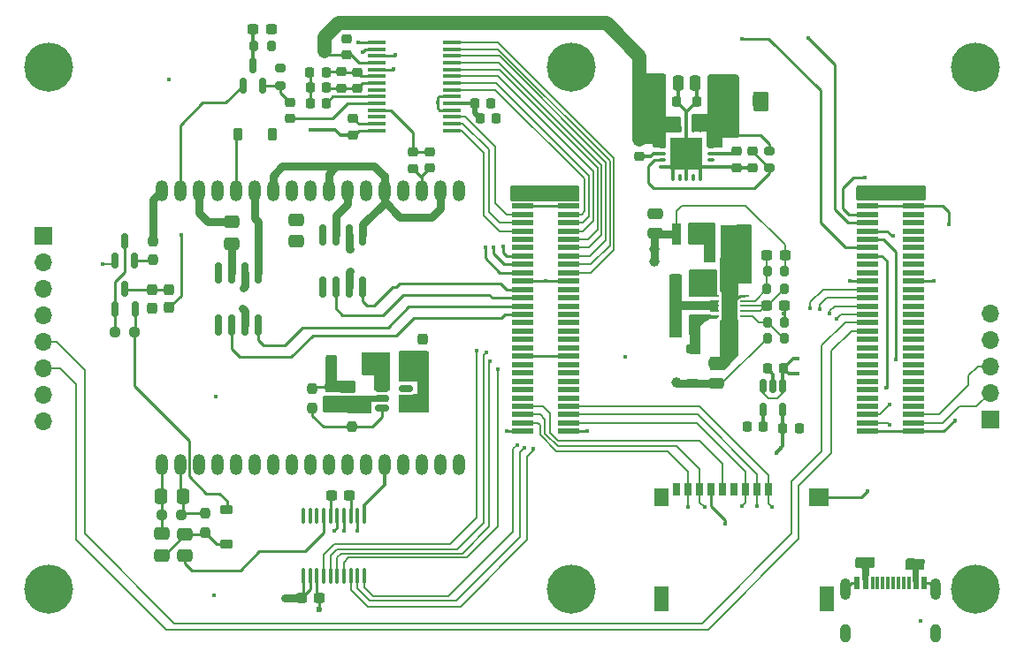
<source format=gbr>
%TF.GenerationSoftware,KiCad,Pcbnew,8.0.9*%
%TF.CreationDate,2025-03-06T21:03:41+08:00*%
%TF.ProjectId,CCD_Sensor_ZYNQ,4343445f-5365-46e7-936f-725f5a594e51,rev?*%
%TF.SameCoordinates,Original*%
%TF.FileFunction,Copper,L1,Top*%
%TF.FilePolarity,Positive*%
%FSLAX46Y46*%
G04 Gerber Fmt 4.6, Leading zero omitted, Abs format (unit mm)*
G04 Created by KiCad (PCBNEW 8.0.9) date 2025-03-06 21:03:41*
%MOMM*%
%LPD*%
G01*
G04 APERTURE LIST*
G04 Aperture macros list*
%AMRoundRect*
0 Rectangle with rounded corners*
0 $1 Rounding radius*
0 $2 $3 $4 $5 $6 $7 $8 $9 X,Y pos of 4 corners*
0 Add a 4 corners polygon primitive as box body*
4,1,4,$2,$3,$4,$5,$6,$7,$8,$9,$2,$3,0*
0 Add four circle primitives for the rounded corners*
1,1,$1+$1,$2,$3*
1,1,$1+$1,$4,$5*
1,1,$1+$1,$6,$7*
1,1,$1+$1,$8,$9*
0 Add four rect primitives between the rounded corners*
20,1,$1+$1,$2,$3,$4,$5,0*
20,1,$1+$1,$4,$5,$6,$7,0*
20,1,$1+$1,$6,$7,$8,$9,0*
20,1,$1+$1,$8,$9,$2,$3,0*%
G04 Aperture macros list end*
%TA.AperFunction,SMDPad,CuDef*%
%ADD10RoundRect,0.237500X0.237500X-0.250000X0.237500X0.250000X-0.237500X0.250000X-0.237500X-0.250000X0*%
%TD*%
%TA.AperFunction,SMDPad,CuDef*%
%ADD11RoundRect,0.237500X-0.300000X-0.237500X0.300000X-0.237500X0.300000X0.237500X-0.300000X0.237500X0*%
%TD*%
%TA.AperFunction,SMDPad,CuDef*%
%ADD12RoundRect,0.250000X0.250000X0.475000X-0.250000X0.475000X-0.250000X-0.475000X0.250000X-0.475000X0*%
%TD*%
%TA.AperFunction,SMDPad,CuDef*%
%ADD13RoundRect,0.250000X0.475000X-0.337500X0.475000X0.337500X-0.475000X0.337500X-0.475000X-0.337500X0*%
%TD*%
%TA.AperFunction,SMDPad,CuDef*%
%ADD14RoundRect,0.250000X-0.475000X0.250000X-0.475000X-0.250000X0.475000X-0.250000X0.475000X0.250000X0*%
%TD*%
%TA.AperFunction,SMDPad,CuDef*%
%ADD15O,0.750001X0.299999*%
%TD*%
%TA.AperFunction,SMDPad,CuDef*%
%ADD16O,0.299999X0.750001*%
%TD*%
%TA.AperFunction,SMDPad,CuDef*%
%ADD17R,3.149999X3.149999*%
%TD*%
%TA.AperFunction,ComponentPad*%
%ADD18C,4.700000*%
%TD*%
%TA.AperFunction,SMDPad,CuDef*%
%ADD19RoundRect,0.200000X0.200000X0.275000X-0.200000X0.275000X-0.200000X-0.275000X0.200000X-0.275000X0*%
%TD*%
%TA.AperFunction,SMDPad,CuDef*%
%ADD20R,1.750000X0.450000*%
%TD*%
%TA.AperFunction,SMDPad,CuDef*%
%ADD21RoundRect,0.218750X0.218750X0.256250X-0.218750X0.256250X-0.218750X-0.256250X0.218750X-0.256250X0*%
%TD*%
%TA.AperFunction,SMDPad,CuDef*%
%ADD22RoundRect,0.225000X-0.250000X0.225000X-0.250000X-0.225000X0.250000X-0.225000X0.250000X0.225000X0*%
%TD*%
%TA.AperFunction,SMDPad,CuDef*%
%ADD23R,0.700000X1.300000*%
%TD*%
%TA.AperFunction,SMDPad,CuDef*%
%ADD24R,1.447800X1.651000*%
%TD*%
%TA.AperFunction,SMDPad,CuDef*%
%ADD25R,1.447800X2.438400*%
%TD*%
%TA.AperFunction,SMDPad,CuDef*%
%ADD26R,1.854200X1.651000*%
%TD*%
%TA.AperFunction,SMDPad,CuDef*%
%ADD27RoundRect,0.150000X0.150000X-0.825000X0.150000X0.825000X-0.150000X0.825000X-0.150000X-0.825000X0*%
%TD*%
%TA.AperFunction,SMDPad,CuDef*%
%ADD28RoundRect,0.237500X-0.237500X0.250000X-0.237500X-0.250000X0.237500X-0.250000X0.237500X0.250000X0*%
%TD*%
%TA.AperFunction,SMDPad,CuDef*%
%ADD29RoundRect,0.225000X0.225000X0.375000X-0.225000X0.375000X-0.225000X-0.375000X0.225000X-0.375000X0*%
%TD*%
%TA.AperFunction,SMDPad,CuDef*%
%ADD30RoundRect,0.250000X0.475000X-0.250000X0.475000X0.250000X-0.475000X0.250000X-0.475000X-0.250000X0*%
%TD*%
%TA.AperFunction,SMDPad,CuDef*%
%ADD31RoundRect,0.200000X0.275000X-0.200000X0.275000X0.200000X-0.275000X0.200000X-0.275000X-0.200000X0*%
%TD*%
%TA.AperFunction,SMDPad,CuDef*%
%ADD32RoundRect,0.218750X0.218750X0.381250X-0.218750X0.381250X-0.218750X-0.381250X0.218750X-0.381250X0*%
%TD*%
%TA.AperFunction,SMDPad,CuDef*%
%ADD33R,0.600000X1.240000*%
%TD*%
%TA.AperFunction,SMDPad,CuDef*%
%ADD34R,0.300000X1.240000*%
%TD*%
%TA.AperFunction,HeatsinkPad*%
%ADD35O,1.000000X2.100000*%
%TD*%
%TA.AperFunction,HeatsinkPad*%
%ADD36O,1.000000X1.800000*%
%TD*%
%TA.AperFunction,SMDPad,CuDef*%
%ADD37RoundRect,0.237500X0.237500X-0.300000X0.237500X0.300000X-0.237500X0.300000X-0.237500X-0.300000X0*%
%TD*%
%TA.AperFunction,SMDPad,CuDef*%
%ADD38RoundRect,0.225000X0.225000X0.250000X-0.225000X0.250000X-0.225000X-0.250000X0.225000X-0.250000X0*%
%TD*%
%TA.AperFunction,SMDPad,CuDef*%
%ADD39RoundRect,0.150000X0.150000X-0.587500X0.150000X0.587500X-0.150000X0.587500X-0.150000X-0.587500X0*%
%TD*%
%TA.AperFunction,SMDPad,CuDef*%
%ADD40RoundRect,0.150000X-0.512500X-0.150000X0.512500X-0.150000X0.512500X0.150000X-0.512500X0.150000X0*%
%TD*%
%TA.AperFunction,SMDPad,CuDef*%
%ADD41R,0.850000X2.000000*%
%TD*%
%TA.AperFunction,SMDPad,CuDef*%
%ADD42RoundRect,0.225000X0.250000X-0.225000X0.250000X0.225000X-0.250000X0.225000X-0.250000X-0.225000X0*%
%TD*%
%TA.AperFunction,SMDPad,CuDef*%
%ADD43RoundRect,0.237500X-0.237500X0.300000X-0.237500X-0.300000X0.237500X-0.300000X0.237500X0.300000X0*%
%TD*%
%TA.AperFunction,SMDPad,CuDef*%
%ADD44RoundRect,0.225000X-0.225000X-0.250000X0.225000X-0.250000X0.225000X0.250000X-0.225000X0.250000X0*%
%TD*%
%TA.AperFunction,SMDPad,CuDef*%
%ADD45RoundRect,0.237500X-0.250000X-0.237500X0.250000X-0.237500X0.250000X0.237500X-0.250000X0.237500X0*%
%TD*%
%TA.AperFunction,SMDPad,CuDef*%
%ADD46R,2.000000X0.500000*%
%TD*%
%TA.AperFunction,SMDPad,CuDef*%
%ADD47RoundRect,0.062500X0.362500X0.062500X-0.362500X0.062500X-0.362500X-0.062500X0.362500X-0.062500X0*%
%TD*%
%TA.AperFunction,HeatsinkPad*%
%ADD48R,1.650000X2.380000*%
%TD*%
%TA.AperFunction,SMDPad,CuDef*%
%ADD49RoundRect,0.250000X-0.475000X0.337500X-0.475000X-0.337500X0.475000X-0.337500X0.475000X0.337500X0*%
%TD*%
%TA.AperFunction,SMDPad,CuDef*%
%ADD50RoundRect,0.237500X-0.237500X0.287500X-0.237500X-0.287500X0.237500X-0.287500X0.237500X0.287500X0*%
%TD*%
%TA.AperFunction,SMDPad,CuDef*%
%ADD51RoundRect,0.200000X-0.200000X-0.275000X0.200000X-0.275000X0.200000X0.275000X-0.200000X0.275000X0*%
%TD*%
%TA.AperFunction,SMDPad,CuDef*%
%ADD52RoundRect,0.100000X0.100000X-0.637500X0.100000X0.637500X-0.100000X0.637500X-0.100000X-0.637500X0*%
%TD*%
%TA.AperFunction,SMDPad,CuDef*%
%ADD53RoundRect,0.250000X0.337500X0.475000X-0.337500X0.475000X-0.337500X-0.475000X0.337500X-0.475000X0*%
%TD*%
%TA.AperFunction,ComponentPad*%
%ADD54R,1.700000X1.700000*%
%TD*%
%TA.AperFunction,ComponentPad*%
%ADD55O,1.700000X1.700000*%
%TD*%
%TA.AperFunction,SMDPad,CuDef*%
%ADD56RoundRect,0.237500X0.300000X0.237500X-0.300000X0.237500X-0.300000X-0.237500X0.300000X-0.237500X0*%
%TD*%
%TA.AperFunction,SMDPad,CuDef*%
%ADD57RoundRect,0.225000X-0.225000X-0.375000X0.225000X-0.375000X0.225000X0.375000X-0.225000X0.375000X0*%
%TD*%
%TA.AperFunction,SMDPad,CuDef*%
%ADD58RoundRect,0.225000X0.375000X-0.225000X0.375000X0.225000X-0.375000X0.225000X-0.375000X-0.225000X0*%
%TD*%
%TA.AperFunction,SMDPad,CuDef*%
%ADD59RoundRect,0.150000X-0.150000X0.512500X-0.150000X-0.512500X0.150000X-0.512500X0.150000X0.512500X0*%
%TD*%
%TA.AperFunction,SMDPad,CuDef*%
%ADD60RoundRect,0.250000X-0.250000X-0.475000X0.250000X-0.475000X0.250000X0.475000X-0.250000X0.475000X0*%
%TD*%
%TA.AperFunction,SMDPad,CuDef*%
%ADD61RoundRect,0.218750X0.256250X-0.218750X0.256250X0.218750X-0.256250X0.218750X-0.256250X-0.218750X0*%
%TD*%
%TA.AperFunction,ComponentPad*%
%ADD62O,1.200000X2.000000*%
%TD*%
%TA.AperFunction,ViaPad*%
%ADD63C,1.000000*%
%TD*%
%TA.AperFunction,ViaPad*%
%ADD64C,0.450000*%
%TD*%
%TA.AperFunction,ViaPad*%
%ADD65C,0.600000*%
%TD*%
%TA.AperFunction,Conductor*%
%ADD66C,0.350000*%
%TD*%
%TA.AperFunction,Conductor*%
%ADD67C,0.127000*%
%TD*%
%TA.AperFunction,Conductor*%
%ADD68C,0.800000*%
%TD*%
%TA.AperFunction,Conductor*%
%ADD69C,0.254000*%
%TD*%
%TA.AperFunction,Conductor*%
%ADD70C,0.156000*%
%TD*%
%TA.AperFunction,Conductor*%
%ADD71C,0.500000*%
%TD*%
%TA.AperFunction,Conductor*%
%ADD72C,1.350000*%
%TD*%
%TA.AperFunction,Conductor*%
%ADD73C,0.200000*%
%TD*%
G04 APERTURE END LIST*
D10*
%TO.P,R7,1*%
%TO.N,Net-(U7-FB)*%
X206962500Y-103462500D03*
%TO.P,R7,2*%
%TO.N,GND*%
X206962500Y-101637500D03*
%TD*%
D11*
%TO.P,C4,1*%
%TO.N,Net-(U1-FB1P)*%
X246695780Y-91835268D03*
%TO.P,C4,2*%
%TO.N,GND*%
X248420780Y-91835268D03*
%TD*%
D12*
%TO.P,C38,1*%
%TO.N,GND*%
X238275001Y-70475002D03*
%TO.P,C38,2*%
%TO.N,+3V3_A*%
X236375001Y-70475002D03*
%TD*%
D13*
%TO.P,C31,1*%
%TO.N,VSHT*%
X191037500Y-115837500D03*
%TO.P,C31,2*%
%TO.N,Net-(D4-K)*%
X191037500Y-113762500D03*
%TD*%
D14*
%TO.P,C12,1*%
%TO.N,+6V*%
X205150000Y-99650000D03*
%TO.P,C12,2*%
%TO.N,GND*%
X205150000Y-101550000D03*
%TD*%
D15*
%TO.P,U2,1,OUT*%
%TO.N,+3V3_A*%
X236700002Y-75950001D03*
%TO.P,U2,2,SNS*%
X236700002Y-76600000D03*
%TO.P,U2,3,FB*%
%TO.N,Net-(U2-FB)*%
X236700002Y-77250001D03*
%TO.P,U2,4,PG*%
%TO.N,Net-(D6-A)*%
X236700002Y-77900000D03*
%TO.P,U2,5,50_mV*%
%TO.N,GND*%
X236700002Y-78550001D03*
D16*
%TO.P,U2,6,100_mV*%
X237725001Y-79575000D03*
%TO.P,U2,7,200_mV*%
%TO.N,unconnected-(U2-200_mV-Pad7)*%
X238375000Y-79575000D03*
%TO.P,U2,8,GND*%
%TO.N,GND*%
X239025001Y-79575000D03*
%TO.P,U2,9,400_mV*%
%TO.N,unconnected-(U2-400_mV-Pad9)*%
X239675000Y-79575000D03*
%TO.P,U2,10,800_mV*%
%TO.N,GND*%
X240325001Y-79575000D03*
D15*
%TO.P,U2,11,1.6_V*%
X241350000Y-78550001D03*
%TO.P,U2,12,BIAS*%
%TO.N,unconnected-(U2-BIAS-Pad12)*%
X241350000Y-77900000D03*
%TO.P,U2,13,NR_SS*%
%TO.N,Net-(U2-NR_SS)*%
X241350000Y-77250001D03*
%TO.P,U2,14,EN*%
%TO.N,Net-(U2-EN)*%
X241350000Y-76600000D03*
%TO.P,U2,15,IN*%
X241350000Y-75950001D03*
D16*
%TO.P,U2,16,IN*%
X240325001Y-74925002D03*
%TO.P,U2,17,IN*%
X239675000Y-74925002D03*
%TO.P,U2,18,GND*%
%TO.N,GND*%
X239025001Y-74925002D03*
%TO.P,U2,19,OUT*%
%TO.N,+3V3_A*%
X238375000Y-74925002D03*
%TO.P,U2,20,OUT*%
X237725001Y-74925002D03*
D17*
%TO.P,U2,21,PAD*%
%TO.N,GND*%
X239025001Y-77250001D03*
%TD*%
D18*
%TO.P,H6,1,1*%
%TO.N,GND*%
X266650000Y-119002146D03*
%TD*%
D19*
%TO.P,R1,1*%
%TO.N,-8V*%
X248433280Y-88585268D03*
%TO.P,R1,2*%
%TO.N,Net-(U1-FB2P)*%
X246783280Y-88585268D03*
%TD*%
D20*
%TO.P,U3,1,CDSCLK1*%
%TO.N,ADC_CDSCLK1*%
X216607200Y-75059800D03*
%TO.P,U3,2,CDSCLK2*%
%TO.N,ADC_CDSCLK2*%
X216607200Y-74409800D03*
%TO.P,U3,3,ADCCLK*%
%TO.N,ADC_CLK*%
X216607200Y-73759800D03*
%TO.P,U3,4,OEB*%
%TO.N,GND*%
X216607200Y-73109800D03*
%TO.P,U3,5,DRVDD*%
%TO.N,Net-(U3-DRVDD)*%
X216607200Y-72459800D03*
%TO.P,U3,6,DRVSS*%
%TO.N,GND*%
X216607200Y-71809800D03*
%TO.P,U3,7,(MSB)D7*%
%TO.N,ADC_D7*%
X216607200Y-71159800D03*
%TO.P,U3,8,D6*%
%TO.N,ADC_D6*%
X216607200Y-70509800D03*
%TO.P,U3,9,D5*%
%TO.N,ADC_D5*%
X216607200Y-69859800D03*
%TO.P,U3,10,D4*%
%TO.N,ADC_D4*%
X216607200Y-69209800D03*
%TO.P,U3,11,D3*%
%TO.N,ADC_D3*%
X216607200Y-68559800D03*
%TO.P,U3,12,D2*%
%TO.N,ADC_D2*%
X216607200Y-67909800D03*
%TO.P,U3,13,D1*%
%TO.N,ADC_D1*%
X216607200Y-67259800D03*
%TO.P,U3,14,(LSB)D0*%
%TO.N,ADC_D0*%
X216607200Y-66609800D03*
%TO.P,U3,15,SDATA*%
%TO.N,ADC_SPI_DATA*%
X209407200Y-66609800D03*
%TO.P,U3,16,SCLK*%
%TO.N,ADC_SPI_CLK*%
X209407200Y-67259800D03*
%TO.P,U3,17,SLOAD*%
%TO.N,ADC_SPI_LOAD*%
X209407200Y-67909800D03*
%TO.P,U3,18,AVDD_2*%
%TO.N,+3V3_A*%
X209407200Y-68559800D03*
%TO.P,U3,19,AVSS_2*%
%TO.N,GND*%
X209407200Y-69209800D03*
%TO.P,U3,20,CAPB*%
%TO.N,Net-(U3-CAPB)*%
X209407200Y-69859800D03*
%TO.P,U3,21,CAPT*%
%TO.N,Net-(U3-CAPT)*%
X209407200Y-70509800D03*
%TO.P,U3,22,VINB*%
%TO.N,unconnected-(U3-VINB-Pad22)*%
X209407200Y-71159800D03*
%TO.P,U3,23,CML*%
%TO.N,Net-(U3-CML)*%
X209407200Y-71809800D03*
%TO.P,U3,24,VING*%
%TO.N,Net-(U3-VING)*%
X209407200Y-72459800D03*
%TO.P,U3,25,OFFSET*%
%TO.N,Net-(U3-OFFSET)*%
X209407200Y-73109800D03*
%TO.P,U3,26,VINR*%
%TO.N,unconnected-(U3-VINR-Pad26)*%
X209407200Y-73759800D03*
%TO.P,U3,27,AVSS*%
%TO.N,GND*%
X209407200Y-74409800D03*
%TO.P,U3,28,AVDD*%
%TO.N,+3V3_A*%
X209407200Y-75059800D03*
%TD*%
D21*
%TO.P,FB1,1*%
%TO.N,+3V3_A*%
X220312500Y-72450000D03*
%TO.P,FB1,2*%
%TO.N,Net-(U3-DRVDD)*%
X218737500Y-72450000D03*
%TD*%
D18*
%TO.P,H5,1,1*%
%TO.N,GND*%
X266650000Y-69002146D03*
%TD*%
D22*
%TO.P,C20,1*%
%TO.N,Net-(U3-OFFSET)*%
X214450000Y-77125000D03*
%TO.P,C20,2*%
%TO.N,GND*%
X214450000Y-78675000D03*
%TD*%
D23*
%TO.P,MICRO_SD1,1,DAT2*%
%TO.N,SDIO_D2*%
X246889800Y-109476200D03*
%TO.P,MICRO_SD1,2,CD/DAT3*%
%TO.N,SDIO_D3*%
X245789800Y-109476200D03*
%TO.P,MICRO_SD1,3,CMD*%
%TO.N,SDIO_CMD*%
X244689800Y-109476200D03*
%TO.P,MICRO_SD1,4,VDD*%
%TO.N,+3V3_D*%
X243589800Y-109476200D03*
%TO.P,MICRO_SD1,5,CLK*%
%TO.N,SDIO_CLK*%
X242489800Y-109476200D03*
%TO.P,MICRO_SD1,6,VSS*%
%TO.N,GND*%
X241389800Y-109476200D03*
%TO.P,MICRO_SD1,7,DAT0*%
%TO.N,SDIO_D0*%
X240289800Y-109476200D03*
%TO.P,MICRO_SD1,8,DAT1*%
%TO.N,SDIO_D1*%
X239189800Y-109476200D03*
%TO.P,MICRO_SD1,CD1,CD*%
%TO.N,unconnected-(MICRO_SD1-CD-PadCD1)*%
X238089800Y-109476200D03*
D24*
%TO.P,MICRO_SD1,MP1,SHIELD*%
%TO.N,GND*%
X236671400Y-110250000D03*
D25*
%TO.P,MICRO_SD1,MP2,SHIELD*%
X236671400Y-119950000D03*
%TO.P,MICRO_SD1,MP3,SHIELD*%
X252496200Y-119950000D03*
D26*
%TO.P,MICRO_SD1,MP4,SHIELD*%
X251721200Y-110250000D03*
%TD*%
D27*
%TO.P,U5,1,ENA*%
%TO.N,unconnected-(U5-ENA-Pad1)*%
X204203280Y-90035268D03*
%TO.P,U5,2,INA*%
%TO.N,CTL_H1*%
X205473280Y-90035268D03*
%TO.P,U5,3,GND*%
%TO.N,GND*%
X206743280Y-90035268D03*
%TO.P,U5,4,INB*%
%TO.N,CTL_H2*%
X208013280Y-90035268D03*
%TO.P,U5,5,OUTB*%
%TO.N,H2*%
X208013280Y-85085268D03*
%TO.P,U5,6,VDD*%
%TO.N,+6V*%
X206743280Y-85085268D03*
%TO.P,U5,7,OUTA*%
%TO.N,H1*%
X205473280Y-85085268D03*
%TO.P,U5,8,ENB*%
%TO.N,unconnected-(U5-ENB-Pad8)*%
X204203280Y-85085268D03*
%TD*%
D28*
%TO.P,R6,1*%
%TO.N,+6V*%
X203212500Y-99837500D03*
%TO.P,R6,2*%
%TO.N,Net-(U7-FB)*%
X203212500Y-101662500D03*
%TD*%
D27*
%TO.P,U11,1,ENA*%
%TO.N,unconnected-(U11-ENA-Pad1)*%
X194203280Y-93672768D03*
%TO.P,U11,2,INA*%
%TO.N,CTL_RG#*%
X195473280Y-93672768D03*
%TO.P,U11,3,GND*%
%TO.N,GND*%
X196743280Y-93672768D03*
%TO.P,U11,4,INB*%
%TO.N,CTL_LH*%
X198013280Y-93672768D03*
%TO.P,U11,5,OUTB*%
%TO.N,LH*%
X198013280Y-88722768D03*
%TO.P,U11,6,VDD*%
%TO.N,+6V*%
X196743280Y-88722768D03*
%TO.P,U11,7,OUTA*%
%TO.N,RG*%
X195473280Y-88722768D03*
%TO.P,U11,8,ENB*%
%TO.N,unconnected-(U11-ENB-Pad8)*%
X194203280Y-88722768D03*
%TD*%
D29*
%TO.P,D2,1,K*%
%TO.N,GND*%
X244608280Y-85035268D03*
%TO.P,D2,2,A*%
%TO.N,Net-(D2-A)*%
X241308280Y-85035268D03*
%TD*%
D30*
%TO.P,C5,1*%
%TO.N,+15V*%
X241908280Y-99285268D03*
%TO.P,C5,2*%
%TO.N,GND*%
X241908280Y-97385268D03*
%TD*%
D31*
%TO.P,R17,1*%
%TO.N,Net-(D6-A)*%
X246925001Y-78650002D03*
%TO.P,R17,2*%
%TO.N,Net-(U2-EN)*%
X246925001Y-77000002D03*
%TD*%
D32*
%TO.P,L5,1,1*%
%TO.N,VCC*%
X245737501Y-72175002D03*
%TO.P,L5,2,2*%
%TO.N,Net-(U2-EN)*%
X243612501Y-72175002D03*
%TD*%
D33*
%TO.P,J4,A1,GND*%
%TO.N,GND*%
X255380000Y-118430000D03*
%TO.P,J4,A4,VBUS*%
%TO.N,VCC*%
X256180000Y-118430000D03*
D34*
%TO.P,J4,A5,CC1*%
%TO.N,unconnected-(J4-CC1-PadA5)*%
X257330000Y-118430000D03*
%TO.P,J4,A6,D+*%
%TO.N,unconnected-(J4-D+-PadA6)*%
X258330000Y-118430000D03*
%TO.P,J4,A7,D-*%
%TO.N,unconnected-(J4-D--PadA7)*%
X258830000Y-118430000D03*
%TO.P,J4,A8,SBU1*%
%TO.N,unconnected-(J4-SBU1-PadA8)*%
X259830000Y-118430000D03*
D33*
%TO.P,J4,A9,VBUS*%
%TO.N,VCC*%
X260980000Y-118430000D03*
%TO.P,J4,A12,GND*%
%TO.N,GND*%
X261780000Y-118430000D03*
%TO.P,J4,B1,GND*%
X261780000Y-118430000D03*
%TO.P,J4,B4,VBUS*%
%TO.N,VCC*%
X260980000Y-118430000D03*
D34*
%TO.P,J4,B5,CC2*%
%TO.N,unconnected-(J4-CC2-PadB5)*%
X260330000Y-118430000D03*
%TO.P,J4,B6,D+*%
%TO.N,unconnected-(J4-D+-PadB6)*%
X259330000Y-118430000D03*
%TO.P,J4,B7,D-*%
%TO.N,unconnected-(J4-D--PadB7)*%
X257830000Y-118430000D03*
%TO.P,J4,B8,SBU2*%
%TO.N,unconnected-(J4-SBU2-PadB8)*%
X256830000Y-118430000D03*
D33*
%TO.P,J4,B9,VBUS*%
%TO.N,VCC*%
X256180000Y-118430000D03*
%TO.P,J4,B12,GND*%
%TO.N,GND*%
X255380000Y-118430000D03*
D35*
%TO.P,J4,S1,SHIELD*%
X254260000Y-119030000D03*
D36*
X254260000Y-123230000D03*
D35*
X262900000Y-119030000D03*
D36*
X262900000Y-123230000D03*
%TD*%
D37*
%TO.P,C1,1*%
%TO.N,Net-(U1-SW2)*%
X241208280Y-88897768D03*
%TO.P,C1,2*%
%TO.N,Net-(D2-A)*%
X241208280Y-87172768D03*
%TD*%
D38*
%TO.P,C39,1*%
%TO.N,GND*%
X238100001Y-72275002D03*
%TO.P,C39,2*%
%TO.N,+3V3_A*%
X236550001Y-72275002D03*
%TD*%
D39*
%TO.P,Q3,1,G*%
%TO.N,CCD_VOUT*%
X196550000Y-70737500D03*
%TO.P,Q3,2,S*%
%TO.N,AMP_VOUT*%
X198450000Y-70737500D03*
%TO.P,Q3,3,D*%
%TO.N,Net-(Q3-D)*%
X197500000Y-68862500D03*
%TD*%
D11*
%TO.P,C6,1*%
%TO.N,+15V*%
X202150000Y-119862500D03*
%TO.P,C6,2*%
%TO.N,GND*%
X203875000Y-119862500D03*
%TD*%
D18*
%TO.P,H1,1,1*%
%TO.N,GND*%
X227989523Y-69002146D03*
%TD*%
D40*
%TO.P,U7,1,SW*%
%TO.N,Net-(D3-A)*%
X209850000Y-99800000D03*
%TO.P,U7,2,GND*%
%TO.N,GND*%
X209850000Y-100750000D03*
%TO.P,U7,3,FB*%
%TO.N,Net-(U7-FB)*%
X209850000Y-101700000D03*
%TO.P,U7,4,EN*%
%TO.N,VCC*%
X212125000Y-101700000D03*
%TO.P,U7,5,IN*%
X212125000Y-100750000D03*
%TO.P,U7,6,NC*%
%TO.N,unconnected-(U7-NC-Pad6)*%
X212125000Y-99800000D03*
%TD*%
D41*
%TO.P,L3,1,1*%
%TO.N,VCC*%
X211875000Y-97350000D03*
%TO.P,L3,2,2*%
%TO.N,Net-(D3-A)*%
X210225000Y-97350000D03*
%TD*%
D18*
%TO.P,H3,1,1*%
%TO.N,GND*%
X227989523Y-119002146D03*
%TD*%
D42*
%TO.P,C10,1*%
%TO.N,+3V3_A*%
X206475000Y-67800000D03*
%TO.P,C10,2*%
%TO.N,GND*%
X206475000Y-66250000D03*
%TD*%
D43*
%TO.P,C34,1*%
%TO.N,Net-(Q1-C)*%
X187900000Y-90337500D03*
%TO.P,C34,2*%
%TO.N,GND*%
X187900000Y-92062500D03*
%TD*%
D11*
%TO.P,C2,1*%
%TO.N,Net-(U1-FB2P)*%
X246745780Y-86985268D03*
%TO.P,C2,2*%
%TO.N,-8V*%
X248470780Y-86985268D03*
%TD*%
D44*
%TO.P,C22,1*%
%TO.N,GND*%
X202975000Y-69475000D03*
%TO.P,C22,2*%
%TO.N,Net-(U3-CAPB)*%
X204525000Y-69475000D03*
%TD*%
D45*
%TO.P,R15,1*%
%TO.N,Net-(Q1-B)*%
X184337500Y-94412500D03*
%TO.P,R15,2*%
%TO.N,+15V*%
X186162500Y-94412500D03*
%TD*%
D44*
%TO.P,C21,1*%
%TO.N,GND*%
X203000000Y-70950000D03*
%TO.P,C21,2*%
%TO.N,Net-(U3-CAPT)*%
X204550000Y-70950000D03*
%TD*%
D46*
%TO.P,J2,1,1*%
%TO.N,VCC*%
X227750000Y-80700000D03*
%TO.P,J2,2,2*%
X223350000Y-80700000D03*
%TO.P,J2,3,3*%
X227750000Y-81500000D03*
%TO.P,J2,4,4*%
X223350000Y-81500000D03*
%TO.P,J2,5,5*%
%TO.N,GND*%
X227750000Y-82300000D03*
%TO.P,J2,6,6*%
X223350000Y-82300000D03*
%TO.P,J2,7,7*%
%TO.N,ADC_D7*%
X227750000Y-83100000D03*
%TO.P,J2,8,8*%
%TO.N,ADC_CLK*%
X223350000Y-83100000D03*
%TO.P,J2,9,9*%
%TO.N,ADC_D6*%
X227750000Y-83900000D03*
%TO.P,J2,10,10*%
%TO.N,ADC_CDSCLK2*%
X223350000Y-83900000D03*
%TO.P,J2,11,11*%
%TO.N,ADC_D5*%
X227750000Y-84700000D03*
%TO.P,J2,12,12*%
%TO.N,ADC_CDSCLK1*%
X223350000Y-84700000D03*
%TO.P,J2,13,13*%
%TO.N,ADC_D4*%
X227750000Y-85500000D03*
%TO.P,J2,14,14*%
%TO.N,unconnected-(J2-Pad14)*%
X223350000Y-85500000D03*
%TO.P,J2,15,15*%
%TO.N,ADC_D3*%
X227750000Y-86300000D03*
%TO.P,J2,16,16*%
%TO.N,unconnected-(J2-Pad16)*%
X223350000Y-86300000D03*
%TO.P,J2,17,17*%
%TO.N,ADC_D2*%
X227750000Y-87100000D03*
%TO.P,J2,18,18*%
%TO.N,ADC_SPI_DATA*%
X223350000Y-87100000D03*
%TO.P,J2,19,19*%
%TO.N,ADC_D1*%
X227750000Y-87900000D03*
%TO.P,J2,20,20*%
%TO.N,ADC_SPI_CLK*%
X223350000Y-87900000D03*
%TO.P,J2,21,21*%
%TO.N,ADC_D0*%
X227750000Y-88700000D03*
%TO.P,J2,22,22*%
%TO.N,ADC_SPI_LOAD*%
X223350000Y-88700000D03*
%TO.P,J2,23,23*%
%TO.N,GND*%
X227750000Y-89500000D03*
%TO.P,J2,24,24*%
X223350000Y-89500000D03*
%TO.P,J2,25,25*%
%TO.N,BIAS_CTL*%
X227750000Y-90300000D03*
%TO.P,J2,26,26*%
%TO.N,CTL_H2*%
X223350000Y-90300000D03*
%TO.P,J2,27,27*%
%TO.N,XSHT*%
X227750000Y-91100000D03*
%TO.P,J2,28,28*%
%TO.N,CTL_H1*%
X223350000Y-91100000D03*
%TO.P,J2,29,29*%
%TO.N,XV2*%
X227750000Y-91900000D03*
%TO.P,J2,30,30*%
%TO.N,CTL_LH*%
X223350000Y-91900000D03*
%TO.P,J2,31,31*%
%TO.N,XV1*%
X227750000Y-92700000D03*
%TO.P,J2,32,32*%
%TO.N,CTL_RG#*%
X223350000Y-92700000D03*
%TO.P,J2,33,33*%
%TO.N,XSG1*%
X227750000Y-93500000D03*
%TO.P,J2,34,34*%
%TO.N,unconnected-(J2-Pad34)*%
X223350000Y-93500000D03*
%TO.P,J2,35,35*%
%TO.N,XV4*%
X227750000Y-94300000D03*
%TO.P,J2,36,36*%
%TO.N,unconnected-(J2-Pad36)*%
X223350000Y-94300000D03*
%TO.P,J2,37,37*%
%TO.N,XSG2*%
X227750000Y-95100000D03*
%TO.P,J2,38,38*%
%TO.N,unconnected-(J2-Pad38)*%
X223350000Y-95100000D03*
%TO.P,J2,39,39*%
%TO.N,XV3*%
X227750000Y-95900000D03*
%TO.P,J2,40,40*%
%TO.N,unconnected-(J2-Pad40)*%
X223350000Y-95900000D03*
%TO.P,J2,41,41*%
%TO.N,GND*%
X227750000Y-96700000D03*
%TO.P,J2,42,42*%
X223350000Y-96700000D03*
%TO.P,J2,43,43*%
%TO.N,unconnected-(J2-Pad43)*%
X227750000Y-97500000D03*
%TO.P,J2,44,44*%
%TO.N,unconnected-(J2-Pad44)*%
X223350000Y-97500000D03*
%TO.P,J2,45,45*%
%TO.N,unconnected-(J2-Pad45)*%
X227750000Y-98300000D03*
%TO.P,J2,46,46*%
%TO.N,unconnected-(J2-Pad46)*%
X223350000Y-98300000D03*
%TO.P,J2,47,47*%
%TO.N,unconnected-(J2-Pad47)*%
X227750000Y-99100000D03*
%TO.P,J2,48,48*%
%TO.N,unconnected-(J2-Pad48)*%
X223350000Y-99100000D03*
%TO.P,J2,49,49*%
%TO.N,unconnected-(J2-Pad49)*%
X227750000Y-99900000D03*
%TO.P,J2,50,50*%
%TO.N,unconnected-(J2-Pad50)*%
X223350000Y-99900000D03*
%TO.P,J2,51,51*%
%TO.N,unconnected-(J2-Pad51)*%
X227750000Y-100700000D03*
%TO.P,J2,52,52*%
%TO.N,unconnected-(J2-Pad52)*%
X223350000Y-100700000D03*
%TO.P,J2,53,53*%
%TO.N,SDIO_D2*%
X227750000Y-101500000D03*
%TO.P,J2,54,54*%
%TO.N,SDIO_CLK*%
X223350000Y-101500000D03*
%TO.P,J2,55,55*%
%TO.N,SDIO_D3*%
X227750000Y-102300000D03*
%TO.P,J2,56,56*%
%TO.N,SDIO_D0*%
X223350000Y-102300000D03*
%TO.P,J2,57,57*%
%TO.N,SDIO_CMD*%
X227750000Y-103100000D03*
%TO.P,J2,58,58*%
%TO.N,SDIO_D1*%
X223350000Y-103100000D03*
%TO.P,J2,59,59*%
%TO.N,GND*%
X227750000Y-103900000D03*
%TO.P,J2,60,60*%
X223350000Y-103900000D03*
%TD*%
D42*
%TO.P,C17,1*%
%TO.N,Net-(U3-CAPT)*%
X207475000Y-71025000D03*
%TO.P,C17,2*%
%TO.N,Net-(U3-CAPB)*%
X207475000Y-69475000D03*
%TD*%
D47*
%TO.P,U1,1,FB1N*%
%TO.N,Net-(U1-FB1N)*%
X244608280Y-92885268D03*
%TO.P,U1,2,FB1P*%
%TO.N,Net-(U1-FB1P)*%
X244608280Y-92385268D03*
%TO.P,U1,3,VREF*%
X244608280Y-91885268D03*
%TO.P,U1,4,FB2P*%
%TO.N,Net-(U1-FB2P)*%
X244608280Y-91385268D03*
%TO.P,U1,5,FB2N*%
%TO.N,GND*%
X244608280Y-90885268D03*
%TO.P,U1,6,SW2*%
%TO.N,Net-(U1-SW2)*%
X241708280Y-90885268D03*
%TO.P,U1,7,~{SHDN}/SS2*%
%TO.N,VCC*%
X241708280Y-91385268D03*
%TO.P,U1,8,VIN*%
X241708280Y-91885268D03*
%TO.P,U1,9,~{SHDN}/SS1*%
X241708280Y-92385268D03*
%TO.P,U1,10,SW1*%
%TO.N,Net-(D1-A)*%
X241708280Y-92885268D03*
D48*
%TO.P,U1,11,GND*%
%TO.N,GND*%
X243158280Y-91885268D03*
%TD*%
D49*
%TO.P,C30,1*%
%TO.N,Net-(ICX1-CSUB)*%
X201650000Y-83612500D03*
%TO.P,C30,2*%
%TO.N,GND*%
X201650000Y-85687500D03*
%TD*%
D44*
%TO.P,C25,1*%
%TO.N,+3V3_D*%
X248275000Y-103650000D03*
%TO.P,C25,2*%
%TO.N,GND*%
X249825000Y-103650000D03*
%TD*%
D41*
%TO.P,L1,1,1*%
%TO.N,VCC*%
X238083280Y-89935268D03*
%TO.P,L1,2,2*%
%TO.N,Net-(U1-SW2)*%
X239733280Y-89935268D03*
%TD*%
D31*
%TO.P,R9,1*%
%TO.N,AMP_VOUT*%
X200125000Y-70750000D03*
%TO.P,R9,2*%
%TO.N,GND*%
X200125000Y-69100000D03*
%TD*%
D18*
%TO.P,H2,1,1*%
%TO.N,GND*%
X177989523Y-69002146D03*
%TD*%
D50*
%TO.P,L4,1,1*%
%TO.N,Net-(Q1-C)*%
X189500000Y-90300000D03*
%TO.P,L4,2,2*%
%TO.N,+15V_SW*%
X189500000Y-92050000D03*
%TD*%
D30*
%TO.P,C3,1*%
%TO.N,-8V*%
X236008280Y-84935268D03*
%TO.P,C3,2*%
%TO.N,GND*%
X236008280Y-83035268D03*
%TD*%
D41*
%TO.P,L6,1,1*%
%TO.N,Net-(D2-A)*%
X239683280Y-84985268D03*
%TO.P,L6,2,2*%
%TO.N,-8V*%
X238033280Y-84985268D03*
%TD*%
D49*
%TO.P,C29,1*%
%TO.N,Net-(ICX1-\u03C6RG)*%
X195458280Y-83822768D03*
%TO.P,C29,2*%
%TO.N,RG*%
X195458280Y-85897768D03*
%TD*%
D51*
%TO.P,R3,1*%
%TO.N,+15V*%
X246783280Y-94985268D03*
%TO.P,R3,2*%
%TO.N,Net-(U1-FB1N)*%
X248433280Y-94985268D03*
%TD*%
D52*
%TO.P,U6,1,CPP3*%
%TO.N,+15V*%
X202350000Y-117725000D03*
%TO.P,U6,2,VH*%
X203000000Y-117725000D03*
%TO.P,U6,3,DCIN*%
%TO.N,GND*%
X203650000Y-117725000D03*
%TO.P,U6,4,XSHT*%
%TO.N,XSHT*%
X204300000Y-117725000D03*
%TO.P,U6,5,XV2*%
%TO.N,XV2*%
X204950000Y-117725000D03*
%TO.P,U6,6,XV1*%
%TO.N,XV1*%
X205600000Y-117725000D03*
%TO.P,U6,7,XSG1*%
%TO.N,XSG1*%
X206250000Y-117725000D03*
%TO.P,U6,8,XV3*%
%TO.N,XV3*%
X206900000Y-117725000D03*
%TO.P,U6,9,XSG2*%
%TO.N,XSG2*%
X207550000Y-117725000D03*
%TO.P,U6,10,XV4*%
%TO.N,XV4*%
X208200000Y-117725000D03*
%TO.P,U6,11,V4*%
%TO.N,V4*%
X208200000Y-112000000D03*
%TO.P,U6,12,V3*%
%TO.N,V3*%
X207550000Y-112000000D03*
%TO.P,U6,13,GND*%
%TO.N,GND*%
X206900000Y-112000000D03*
%TO.P,U6,14,V1*%
%TO.N,V1*%
X206250000Y-112000000D03*
%TO.P,U6,15,V2*%
%TO.N,V2*%
X205600000Y-112000000D03*
%TO.P,U6,16,VL*%
%TO.N,-8V*%
X204950000Y-112000000D03*
%TO.P,U6,17,VSHT*%
%TO.N,VSHT*%
X204300000Y-112000000D03*
%TO.P,U6,18,DCOUT*%
%TO.N,unconnected-(U6-DCOUT-Pad18)*%
X203650000Y-112000000D03*
%TO.P,U6,19,CPP2*%
%TO.N,unconnected-(U6-CPP2-Pad19)*%
X203000000Y-112000000D03*
%TO.P,U6,20,CPP1*%
%TO.N,unconnected-(U6-CPP1-Pad20)*%
X202350000Y-112000000D03*
%TD*%
D39*
%TO.P,Q1,1,B*%
%TO.N,Net-(Q1-B)*%
X184325000Y-92150000D03*
%TO.P,Q1,2,E*%
%TO.N,+15V*%
X186225000Y-92150000D03*
%TO.P,Q1,3,C*%
%TO.N,Net-(Q1-C)*%
X185275000Y-90275000D03*
%TD*%
D42*
%TO.P,C16,1*%
%TO.N,Net-(U3-CAPT)*%
X206000000Y-71000000D03*
%TO.P,C16,2*%
%TO.N,Net-(U3-CAPB)*%
X206000000Y-69450000D03*
%TD*%
D45*
%TO.P,R13,1*%
%TO.N,Net-(ICX1-VSUB)*%
X188825000Y-111950000D03*
%TO.P,R13,2*%
%TO.N,GND*%
X190650000Y-111950000D03*
%TD*%
D46*
%TO.P,J1,1,1*%
%TO.N,VCC*%
X260770000Y-80700000D03*
%TO.P,J1,2,2*%
X256370000Y-80700000D03*
%TO.P,J1,3,3*%
X260770000Y-81500000D03*
%TO.P,J1,4,4*%
X256370000Y-81500000D03*
%TO.P,J1,5,5*%
%TO.N,GND*%
X260770000Y-82300000D03*
%TO.P,J1,6,6*%
X256370000Y-82300000D03*
%TO.P,J1,7,7*%
%TO.N,unconnected-(J1-Pad7)*%
X260770000Y-83100000D03*
%TO.P,J1,8,8*%
%TO.N,SW2*%
X256370000Y-83100000D03*
%TO.P,J1,9,9*%
%TO.N,unconnected-(J1-Pad9)*%
X260770000Y-83900000D03*
%TO.P,J1,10,10*%
%TO.N,SW1*%
X256370000Y-83900000D03*
%TO.P,J1,11,11*%
%TO.N,unconnected-(J1-Pad11)*%
X260770000Y-84700000D03*
%TO.P,J1,12,12*%
%TO.N,SW3*%
X256370000Y-84700000D03*
%TO.P,J1,13,13*%
%TO.N,unconnected-(J1-Pad13)*%
X260770000Y-85500000D03*
%TO.P,J1,14,14*%
%TO.N,SW4*%
X256370000Y-85500000D03*
%TO.P,J1,15,15*%
%TO.N,unconnected-(J1-Pad15)*%
X260770000Y-86300000D03*
%TO.P,J1,16,16*%
%TO.N,SW6*%
X256370000Y-86300000D03*
%TO.P,J1,17,17*%
%TO.N,unconnected-(J1-Pad17)*%
X260770000Y-87100000D03*
%TO.P,J1,18,18*%
%TO.N,SW5*%
X256370000Y-87100000D03*
%TO.P,J1,19,19*%
%TO.N,unconnected-(J1-Pad19)*%
X260770000Y-87900000D03*
%TO.P,J1,20,20*%
%TO.N,unconnected-(J1-Pad20)*%
X256370000Y-87900000D03*
%TO.P,J1,21,21*%
%TO.N,unconnected-(J1-Pad21)*%
X260770000Y-88700000D03*
%TO.P,J1,22,22*%
%TO.N,unconnected-(J1-Pad22)*%
X256370000Y-88700000D03*
%TO.P,J1,23,23*%
%TO.N,GND*%
X260770000Y-89500000D03*
%TO.P,J1,24,24*%
X256370000Y-89500000D03*
%TO.P,J1,25,25*%
%TO.N,unconnected-(J1-Pad25)*%
X260770000Y-90300000D03*
%TO.P,J1,26,26*%
%TO.N,BLK*%
X256370000Y-90300000D03*
%TO.P,J1,27,27*%
%TO.N,unconnected-(J1-Pad27)*%
X260770000Y-91100000D03*
%TO.P,J1,28,28*%
%TO.N,CS*%
X256370000Y-91100000D03*
%TO.P,J1,29,29*%
%TO.N,unconnected-(J1-Pad29)*%
X260770000Y-91900000D03*
%TO.P,J1,30,30*%
%TO.N,DC*%
X256370000Y-91900000D03*
%TO.P,J1,31,31*%
%TO.N,unconnected-(J1-Pad31)*%
X260770000Y-92700000D03*
%TO.P,J1,32,32*%
%TO.N,RES*%
X256370000Y-92700000D03*
%TO.P,J1,33,33*%
%TO.N,unconnected-(J1-Pad33)*%
X260770000Y-93500000D03*
%TO.P,J1,34,34*%
%TO.N,SDA*%
X256370000Y-93500000D03*
%TO.P,J1,35,35*%
%TO.N,unconnected-(J1-Pad35)*%
X260770000Y-94300000D03*
%TO.P,J1,36,36*%
%TO.N,SCL*%
X256370000Y-94300000D03*
%TO.P,J1,37,37*%
%TO.N,unconnected-(J1-Pad37)*%
X260770000Y-95100000D03*
%TO.P,J1,38,38*%
%TO.N,unconnected-(J1-Pad38)*%
X256370000Y-95100000D03*
%TO.P,J1,39,39*%
%TO.N,unconnected-(J1-Pad39)*%
X260770000Y-95900000D03*
%TO.P,J1,40,40*%
%TO.N,unconnected-(J1-Pad40)*%
X256370000Y-95900000D03*
%TO.P,J1,41,41*%
%TO.N,GND*%
X260770000Y-96700000D03*
%TO.P,J1,42,42*%
X256370000Y-96700000D03*
%TO.P,J1,43,43*%
%TO.N,unconnected-(J1-Pad43)*%
X260770000Y-97500000D03*
%TO.P,J1,44,44*%
%TO.N,unconnected-(J1-Pad44)*%
X256370000Y-97500000D03*
%TO.P,J1,45,45*%
%TO.N,unconnected-(J1-Pad45)*%
X260770000Y-98300000D03*
%TO.P,J1,46,46*%
%TO.N,unconnected-(J1-Pad46)*%
X256370000Y-98300000D03*
%TO.P,J1,47,47*%
%TO.N,unconnected-(J1-Pad47)*%
X260770000Y-99100000D03*
%TO.P,J1,48,48*%
%TO.N,unconnected-(J1-Pad48)*%
X256370000Y-99100000D03*
%TO.P,J1,49,49*%
%TO.N,unconnected-(J1-Pad49)*%
X260770000Y-99900000D03*
%TO.P,J1,50,50*%
%TO.N,unconnected-(J1-Pad50)*%
X256370000Y-99900000D03*
%TO.P,J1,51,51*%
%TO.N,unconnected-(J1-Pad51)*%
X260770000Y-100700000D03*
%TO.P,J1,52,52*%
%TO.N,unconnected-(J1-Pad52)*%
X256370000Y-100700000D03*
%TO.P,J1,53,53*%
%TO.N,unconnected-(J1-Pad53)*%
X260770000Y-101500000D03*
%TO.P,J1,54,54*%
%TO.N,unconnected-(J1-Pad54)*%
X256370000Y-101500000D03*
%TO.P,J1,55,55*%
%TO.N,TDO*%
X260770000Y-102300000D03*
%TO.P,J1,56,56*%
%TO.N,TDI*%
X256370000Y-102300000D03*
%TO.P,J1,57,57*%
%TO.N,TCK*%
X260770000Y-103100000D03*
%TO.P,J1,58,58*%
%TO.N,TMS*%
X256370000Y-103100000D03*
%TO.P,J1,59,59*%
%TO.N,GND*%
X260770000Y-103900000D03*
%TO.P,J1,60,60*%
X256370000Y-103900000D03*
%TD*%
D38*
%TO.P,C24,1*%
%TO.N,Net-(U4-BP)*%
X246375000Y-103487500D03*
%TO.P,C24,2*%
%TO.N,GND*%
X244825000Y-103487500D03*
%TD*%
D53*
%TO.P,C33,1*%
%TO.N,GND*%
X190825000Y-110100000D03*
%TO.P,C33,2*%
%TO.N,Net-(ICX1-VSUB)*%
X188750000Y-110100000D03*
%TD*%
D13*
%TO.P,C32,1*%
%TO.N,Net-(D4-K)*%
X188837500Y-115787500D03*
%TO.P,C32,2*%
%TO.N,Net-(ICX1-VSUB)*%
X188837500Y-113712500D03*
%TD*%
D51*
%TO.P,R4,1*%
%TO.N,Net-(U1-FB1N)*%
X246758280Y-93435268D03*
%TO.P,R4,2*%
%TO.N,GND*%
X248408280Y-93435268D03*
%TD*%
D10*
%TO.P,R14,1*%
%TO.N,Net-(D4-K)*%
X192937500Y-113612500D03*
%TO.P,R14,2*%
%TO.N,GND*%
X192937500Y-111787500D03*
%TD*%
D42*
%TO.P,C40,1*%
%TO.N,+3V3_A*%
X207125000Y-75475000D03*
%TO.P,C40,2*%
%TO.N,GND*%
X207125000Y-73925000D03*
%TD*%
D54*
%TO.P,J5,1,Pin_1*%
%TO.N,TMS*%
X268100000Y-102730000D03*
D55*
%TO.P,J5,2,Pin_2*%
%TO.N,TCK*%
X268100000Y-100190000D03*
%TO.P,J5,3,Pin_3*%
%TO.N,TDO*%
X268100000Y-97650000D03*
%TO.P,J5,4,Pin_4*%
%TO.N,TDI*%
X268100000Y-95110000D03*
%TO.P,J5,5,Pin_5*%
%TO.N,GND*%
X268100000Y-92570000D03*
%TD*%
D37*
%TO.P,C11,1*%
%TO.N,VCC*%
X213750000Y-96762500D03*
%TO.P,C11,2*%
%TO.N,GND*%
X213750000Y-95037500D03*
%TD*%
D38*
%TO.P,C37,1*%
%TO.N,VCC*%
X248325000Y-97887500D03*
%TO.P,C37,2*%
%TO.N,GND*%
X246775000Y-97887500D03*
%TD*%
D56*
%TO.P,C26,1*%
%TO.N,GND*%
X199275000Y-65350000D03*
%TO.P,C26,2*%
%TO.N,Net-(Q3-D)*%
X197550000Y-65350000D03*
%TD*%
D44*
%TO.P,C35,1*%
%TO.N,GND*%
X240000001Y-72275002D03*
%TO.P,C35,2*%
%TO.N,Net-(U2-EN)*%
X241550001Y-72275002D03*
%TD*%
D11*
%TO.P,C7,1*%
%TO.N,-8V*%
X205050000Y-110012500D03*
%TO.P,C7,2*%
%TO.N,GND*%
X206775000Y-110012500D03*
%TD*%
D22*
%TO.P,C15,1*%
%TO.N,AMP_VOUT*%
X201050000Y-72385000D03*
%TO.P,C15,2*%
%TO.N,Net-(U3-VING)*%
X201050000Y-73935000D03*
%TD*%
D57*
%TO.P,D5,1,K*%
%TO.N,+15V_SW*%
X196050000Y-75400000D03*
%TO.P,D5,2,A*%
%TO.N,+3V3_A*%
X199350000Y-75400000D03*
%TD*%
D22*
%TO.P,C9,1*%
%TO.N,Net-(U2-NR_SS)*%
X243825001Y-77050002D03*
%TO.P,C9,2*%
%TO.N,GND*%
X243825001Y-78600002D03*
%TD*%
D57*
%TO.P,D3,1,K*%
%TO.N,+6V*%
X205100000Y-97400000D03*
%TO.P,D3,2,A*%
%TO.N,Net-(D3-A)*%
X208400000Y-97400000D03*
%TD*%
D10*
%TO.P,R16,1*%
%TO.N,Net-(Q2-E)*%
X187950000Y-87475000D03*
%TO.P,R16,2*%
%TO.N,GND*%
X187950000Y-85650000D03*
%TD*%
D58*
%TO.P,D4,1,K*%
%TO.N,Net-(D4-K)*%
X195000000Y-114750000D03*
%TO.P,D4,2,A*%
%TO.N,+15V*%
X195000000Y-111450000D03*
%TD*%
D44*
%TO.P,C23,1*%
%TO.N,Net-(U3-DRVDD)*%
X219275000Y-73925000D03*
%TO.P,C23,2*%
%TO.N,GND*%
X220825000Y-73925000D03*
%TD*%
D22*
%TO.P,C19,1*%
%TO.N,Net-(U3-OFFSET)*%
X212850000Y-77150000D03*
%TO.P,C19,2*%
%TO.N,GND*%
X212850000Y-78700000D03*
%TD*%
%TO.P,C36,1*%
%TO.N,+3V3_A*%
X234550000Y-75975002D03*
%TO.P,C36,2*%
%TO.N,Net-(U2-FB)*%
X234550000Y-77525002D03*
%TD*%
D41*
%TO.P,L2,1,1*%
%TO.N,Net-(D1-A)*%
X239783280Y-93735268D03*
%TO.P,L2,2,2*%
%TO.N,VCC*%
X238133280Y-93735268D03*
%TD*%
D51*
%TO.P,R2,1*%
%TO.N,Net-(U1-FB2P)*%
X246733280Y-90235268D03*
%TO.P,R2,2*%
%TO.N,Net-(U1-FB1P)*%
X248383280Y-90235268D03*
%TD*%
D54*
%TO.P,J3,1,Pin_1*%
%TO.N,BLK*%
X177450000Y-85127146D03*
D55*
%TO.P,J3,2,Pin_2*%
%TO.N,CS*%
X177450000Y-87667146D03*
%TO.P,J3,3,Pin_3*%
%TO.N,DC*%
X177450000Y-90207146D03*
%TO.P,J3,4,Pin_4*%
%TO.N,RES*%
X177450000Y-92747146D03*
%TO.P,J3,5,Pin_5*%
%TO.N,SDA*%
X177450000Y-95287146D03*
%TO.P,J3,6,Pin_6*%
%TO.N,SCL*%
X177450000Y-97827146D03*
%TO.P,J3,7,Pin_7*%
%TO.N,+3V3_D*%
X177450000Y-100367146D03*
%TO.P,J3,8,Pin_8*%
%TO.N,GND*%
X177450000Y-102907146D03*
%TD*%
D18*
%TO.P,H4,1,1*%
%TO.N,GND*%
X177989523Y-119002146D03*
%TD*%
D58*
%TO.P,D1,1,K*%
%TO.N,+15V*%
X239608280Y-99335268D03*
%TO.P,D1,2,A*%
%TO.N,Net-(D1-A)*%
X239608280Y-96035268D03*
%TD*%
D38*
%TO.P,C18,1*%
%TO.N,Net-(U3-CML)*%
X204535000Y-72450000D03*
%TO.P,C18,2*%
%TO.N,GND*%
X202985000Y-72450000D03*
%TD*%
D19*
%TO.P,R11,1*%
%TO.N,+15V_SW*%
X199275000Y-67000000D03*
%TO.P,R11,2*%
%TO.N,Net-(Q3-D)*%
X197625000Y-67000000D03*
%TD*%
D39*
%TO.P,Q2,1,B*%
%TO.N,BIAS_CTL*%
X184300000Y-87550000D03*
%TO.P,Q2,2,E*%
%TO.N,Net-(Q2-E)*%
X186200000Y-87550000D03*
%TO.P,Q2,3,C*%
%TO.N,Net-(Q1-B)*%
X185250000Y-85675000D03*
%TD*%
D59*
%TO.P,U4,1,IN*%
%TO.N,VCC*%
X248250000Y-99562500D03*
%TO.P,U4,2,GND*%
%TO.N,GND*%
X247300000Y-99562500D03*
%TO.P,U4,3,EN*%
%TO.N,VCC*%
X246350000Y-99562500D03*
%TO.P,U4,4,BP*%
%TO.N,Net-(U4-BP)*%
X246350000Y-101837500D03*
%TO.P,U4,5,OUT*%
%TO.N,+3V3_D*%
X248250000Y-101837500D03*
%TD*%
D60*
%TO.P,C8,1*%
%TO.N,GND*%
X239875001Y-70475002D03*
%TO.P,C8,2*%
%TO.N,Net-(U2-EN)*%
X241775001Y-70475002D03*
%TD*%
D61*
%TO.P,D6,1,K*%
%TO.N,GND*%
X245375001Y-78612502D03*
%TO.P,D6,2,A*%
%TO.N,Net-(D6-A)*%
X245375001Y-77037502D03*
%TD*%
D62*
%TO.P,ICX1,1,VL*%
%TO.N,-8V*%
X217213523Y-107127146D03*
%TO.P,ICX1,2,GND*%
%TO.N,GND*%
X215435523Y-107127146D03*
%TO.P,ICX1,3,NC*%
%TO.N,unconnected-(ICX1-NC-Pad3)*%
X213657523Y-107127146D03*
%TO.P,ICX1,4,NC*%
%TO.N,unconnected-(ICX1-NC-Pad4)*%
X211879523Y-107127146D03*
%TO.P,ICX1,5,V\u03C64*%
%TO.N,V4*%
X210101523Y-107127146D03*
%TO.P,ICX1,6,NC*%
%TO.N,unconnected-(ICX1-NC-Pad6)*%
X208323523Y-107127146D03*
%TO.P,ICX1,7,V\u03C63*%
%TO.N,V3*%
X206545523Y-107127146D03*
%TO.P,ICX1,8,NC*%
%TO.N,unconnected-(ICX1-NC-Pad8)*%
X204767523Y-107127146D03*
%TO.P,ICX1,9,GND*%
%TO.N,GND*%
X202989523Y-107127146D03*
%TO.P,ICX1,10,V\u03C62*%
%TO.N,V2*%
X201211523Y-107127146D03*
%TO.P,ICX1,11,NC*%
%TO.N,unconnected-(ICX1-NC-Pad11)*%
X199433523Y-107127146D03*
%TO.P,ICX1,12,NC*%
%TO.N,unconnected-(ICX1-NC-Pad12)*%
X197655523Y-107127146D03*
%TO.P,ICX1,13,NC*%
%TO.N,unconnected-(ICX1-NC-Pad13)*%
X195877523Y-107127146D03*
%TO.P,ICX1,14,V\u03C61*%
%TO.N,V1*%
X194099523Y-107127146D03*
%TO.P,ICX1,15,NC*%
%TO.N,unconnected-(ICX1-NC-Pad15)*%
X192321523Y-107127146D03*
%TO.P,ICX1,16,GND*%
%TO.N,GND*%
X190543523Y-107127146D03*
%TO.P,ICX1,17,VSUB*%
%TO.N,Net-(ICX1-VSUB)*%
X188765523Y-107127146D03*
%TO.P,ICX1,18,VSS*%
%TO.N,GND*%
X188765523Y-80877146D03*
%TO.P,ICX1,19,VOUT*%
%TO.N,CCD_VOUT*%
X190543523Y-80877146D03*
%TO.P,ICX1,20,\u03C6RG*%
%TO.N,Net-(ICX1-\u03C6RG)*%
X192321523Y-80877146D03*
%TO.P,ICX1,21,GND*%
%TO.N,GND*%
X194099523Y-80877146D03*
%TO.P,ICX1,22,VDD*%
%TO.N,+15V_SW*%
X195877523Y-80877146D03*
%TO.P,ICX1,23,LH\u03C6*%
%TO.N,LH*%
X197655523Y-80877146D03*
%TO.P,ICX1,24,H\u03C62D*%
%TO.N,H2*%
X199433523Y-80877146D03*
%TO.P,ICX1,25,H\u03C61D*%
%TO.N,H1*%
X201211523Y-80877146D03*
%TO.P,ICX1,26,CSUB*%
%TO.N,Net-(ICX1-CSUB)*%
X202989523Y-80877146D03*
%TO.P,ICX1,27,H\u03C62C*%
%TO.N,H2*%
X204767523Y-80877146D03*
%TO.P,ICX1,28,H\u03C61C*%
%TO.N,H1*%
X206545523Y-80877146D03*
%TO.P,ICX1,29,GND*%
%TO.N,GND*%
X208323523Y-80877146D03*
%TO.P,ICX1,30,H\u03C62B*%
%TO.N,H2*%
X210101523Y-80877146D03*
%TO.P,ICX1,31,H\u03C61B*%
%TO.N,H1*%
X211879523Y-80877146D03*
%TO.P,ICX1,32,GND*%
%TO.N,GND*%
X213657523Y-80877146D03*
%TO.P,ICX1,33,H\u03C62A*%
%TO.N,H2*%
X215435523Y-80877146D03*
%TO.P,ICX1,34,H\u03C61A*%
%TO.N,H1*%
X217213523Y-80877146D03*
%TD*%
D63*
%TO.N,-8V*%
X235958280Y-87635268D03*
X235958280Y-86435268D03*
D64*
X205000000Y-110000000D03*
D63*
%TO.N,+15V*%
X238058280Y-99235268D03*
D64*
X195050000Y-111450000D03*
D65*
X200600000Y-119850000D03*
D64*
%TO.N,VCC*%
X213850000Y-101600000D03*
X213800000Y-100350000D03*
X260960000Y-116650000D03*
X256150000Y-116460000D03*
X258550000Y-81450000D03*
X246500000Y-72750000D03*
X245737501Y-72175002D03*
X238358280Y-92335268D03*
X246500000Y-71650000D03*
X249650000Y-96950000D03*
X226200000Y-80700000D03*
X213800000Y-98900000D03*
X249650000Y-98350000D03*
X224950000Y-80700000D03*
X238358280Y-91285268D03*
X237808280Y-92335268D03*
X259100000Y-80750000D03*
X237808280Y-91285268D03*
X258000000Y-80700000D03*
X225550000Y-81400000D03*
%TO.N,+6V*%
X205053792Y-99415172D03*
D65*
X196600000Y-90150000D03*
X206800000Y-86450000D03*
D64*
X205039871Y-98350250D03*
X205100000Y-97400000D03*
%TO.N,Net-(ICX1-CSUB)*%
X201650000Y-83550000D03*
%TO.N,V3*%
X207500000Y-113400000D03*
%TO.N,V2*%
X205300000Y-113400000D03*
%TO.N,+15V_SW*%
X190625000Y-85062500D03*
X195975000Y-75475000D03*
X199275000Y-67000000D03*
%TO.N,V1*%
X206200000Y-113400000D03*
%TO.N,BIAS_CTL*%
X227750000Y-90300000D03*
X183150000Y-87912500D03*
%TO.N,GND*%
X239027902Y-78396122D03*
X243058280Y-96635268D03*
X206192212Y-101561182D03*
X256350000Y-96700000D03*
X252496200Y-119950000D03*
X239025001Y-77250001D03*
X244825000Y-103487500D03*
X242708154Y-112775584D03*
X243158280Y-91885268D03*
D65*
X196500000Y-92100000D03*
D64*
X211000000Y-69200000D03*
X243542446Y-91168030D03*
X199275000Y-65350000D03*
X239950000Y-70800000D03*
X200125000Y-69100000D03*
X261425000Y-122050000D03*
X213750000Y-95037500D03*
X236671400Y-119950000D03*
X254700000Y-89500000D03*
X243132563Y-92702908D03*
X242748844Y-91202914D03*
X223350000Y-82300000D03*
X249825000Y-103650000D03*
X248358280Y-92635268D03*
X262700000Y-89500000D03*
X206781250Y-110018750D03*
X194000000Y-100575000D03*
X264150000Y-84050000D03*
X193825000Y-119600000D03*
X236671400Y-110250000D03*
X260770000Y-96700000D03*
X202975000Y-69475000D03*
X256350000Y-109650000D03*
X264724269Y-102848057D03*
X236008280Y-83035268D03*
X221800000Y-103900000D03*
X239016274Y-76105433D03*
X244508280Y-86235268D03*
X205150000Y-101550000D03*
X207163170Y-101561182D03*
X189475000Y-70175000D03*
X215175000Y-72400000D03*
X225550000Y-89500000D03*
X229550000Y-103900000D03*
X220825000Y-73925000D03*
X187900000Y-92062500D03*
X206525000Y-66300000D03*
D65*
X203850000Y-121000000D03*
D64*
X190650000Y-111950000D03*
X201650000Y-85687500D03*
X227750000Y-96700000D03*
X207050000Y-73925000D03*
X246775000Y-97887500D03*
X233175000Y-96800000D03*
D65*
X206800000Y-88550000D03*
D64*
%TO.N,XSG1*%
X227750000Y-93500000D03*
X220995595Y-97976614D03*
%TO.N,XV1*%
X227750000Y-92700000D03*
X220250000Y-97150000D03*
%TO.N,XV2*%
X227750000Y-91900000D03*
X219900000Y-96300000D03*
%TO.N,XSHT*%
X227750000Y-91100000D03*
X218900000Y-96200000D03*
%TO.N,ADC_SPI_LOAD*%
X211150000Y-67800000D03*
X219750000Y-86250000D03*
%TO.N,ADC_SPI_DATA*%
X207600000Y-66600000D03*
X221450000Y-86150000D03*
%TO.N,XSG2*%
X227750000Y-95100000D03*
X223514628Y-105506528D03*
%TO.N,XV3*%
X227750000Y-95900000D03*
X224400000Y-105600000D03*
%TO.N,XV4*%
X222800000Y-105200000D03*
X227750000Y-94300000D03*
%TO.N,ADC_SPI_CLK*%
X208000000Y-67550000D03*
X220550000Y-86250000D03*
%TO.N,SDIO_D3*%
X245750000Y-111050000D03*
%TO.N,SDIO_D0*%
X240750000Y-111150000D03*
%TO.N,SDIO_D2*%
X247250000Y-111150000D03*
%TO.N,SDIO_D1*%
X239200000Y-111150000D03*
%TO.N,SDIO_CMD*%
X244300000Y-111100000D03*
%TO.N,+3V3_A*%
X222250000Y-64750000D03*
X203037500Y-75012500D03*
X199450000Y-75350000D03*
D65*
X204350000Y-67450000D03*
D64*
X220312500Y-72450000D03*
%TO.N,+3V3_D*%
X247600000Y-106000000D03*
X248100000Y-105500000D03*
X243600000Y-109450000D03*
%TO.N,DC*%
X252700000Y-92600000D03*
%TO.N,BLK*%
X250900000Y-92100000D03*
%TO.N,CS*%
X251800000Y-92200000D03*
%TO.N,RES*%
X253400000Y-93100000D03*
%TO.N,TMS*%
X258500000Y-103300000D03*
%TO.N,TDI*%
X258500000Y-101350000D03*
%TO.N,SW1*%
X250700000Y-66200000D03*
%TO.N,SW2*%
X256150000Y-79550000D03*
%TO.N,SW3*%
X258850000Y-85200000D03*
%TO.N,SW4*%
X259050000Y-97050000D03*
%TO.N,SW5*%
X258150000Y-99750000D03*
%TO.N,SW6*%
X244300000Y-66250000D03*
%TD*%
D66*
%TO.N,Net-(Q3-D)*%
X197550000Y-65350000D02*
X197550000Y-66925000D01*
X197550000Y-66925000D02*
X197625000Y-67000000D01*
X197500000Y-68862500D02*
X197500000Y-67125000D01*
X197500000Y-67125000D02*
X197625000Y-67000000D01*
D67*
%TO.N,-8V*%
X248470780Y-86985268D02*
X248470780Y-86047768D01*
D68*
X238033280Y-84985268D02*
X236058280Y-84985268D01*
X235958280Y-84985268D02*
X235958280Y-87635268D01*
D67*
X238033280Y-82810268D02*
X238033280Y-84985268D01*
X248470780Y-86985268D02*
X248470780Y-88547768D01*
X238558280Y-82285268D02*
X238033280Y-82810268D01*
D69*
X204950000Y-112000000D02*
X204950000Y-110112500D01*
X204950000Y-110112500D02*
X205050000Y-110012500D01*
D67*
X248470780Y-86047768D02*
X244708280Y-82285268D01*
X244708280Y-82285268D02*
X238558280Y-82285268D01*
D68*
X236058280Y-84985268D02*
X236008280Y-84935268D01*
X236008280Y-84935268D02*
X235958280Y-84985268D01*
D67*
X248470780Y-88547768D02*
X248433280Y-88585268D01*
D69*
%TO.N,+15V*%
X186162500Y-99562500D02*
X191400000Y-104800000D01*
D68*
X200600000Y-119850000D02*
X202137500Y-119850000D01*
D69*
X194300000Y-109850000D02*
X195050000Y-110600000D01*
X203000000Y-117725000D02*
X203000000Y-119012500D01*
X186225000Y-92150000D02*
X186225000Y-94350000D01*
X195050000Y-110600000D02*
X195050000Y-111450000D01*
D68*
X238108280Y-99285268D02*
X238058280Y-99235268D01*
D69*
X193050000Y-109850000D02*
X194300000Y-109850000D01*
X186162500Y-94412500D02*
X186162500Y-99562500D01*
X186225000Y-94350000D02*
X186162500Y-94412500D01*
D67*
X242433280Y-99335268D02*
X246783280Y-94985268D01*
D69*
X202350000Y-119662500D02*
X202150000Y-119862500D01*
D68*
X241908280Y-99285268D02*
X238108280Y-99285268D01*
D69*
X203000000Y-119012500D02*
X202150000Y-119862500D01*
X191400000Y-108200000D02*
X193050000Y-109850000D01*
D68*
X202137500Y-119850000D02*
X202150000Y-119862500D01*
D69*
X202350000Y-117725000D02*
X202350000Y-119662500D01*
X191400000Y-104800000D02*
X191400000Y-108200000D01*
D67*
X239608280Y-99335268D02*
X242433280Y-99335268D01*
D70*
%TO.N,VCC*%
X246350000Y-100250000D02*
X246850000Y-100750000D01*
D66*
X248250000Y-99562500D02*
X248250000Y-97962500D01*
X249650000Y-98350000D02*
X248787500Y-98350000D01*
X248250000Y-97962500D02*
X248325000Y-97887500D01*
D70*
X248250000Y-100224999D02*
X248250000Y-99562500D01*
D66*
X248787500Y-98350000D02*
X248325000Y-97887500D01*
X249650000Y-96950000D02*
X249262500Y-96950000D01*
D70*
X247724999Y-100750000D02*
X248250000Y-100224999D01*
D66*
X249262500Y-96950000D02*
X248325000Y-97887500D01*
D70*
X246850000Y-100750000D02*
X247724999Y-100750000D01*
X246350000Y-99562500D02*
X246350000Y-100250000D01*
D69*
%TO.N,+6V*%
X205150000Y-99650000D02*
X203400000Y-99650000D01*
X203400000Y-99650000D02*
X203212500Y-99837500D01*
D68*
X196743280Y-88722768D02*
X196743280Y-90006720D01*
X206743280Y-86393280D02*
X206800000Y-86450000D01*
X196743280Y-90006720D02*
X196600000Y-90150000D01*
X206743280Y-85085268D02*
X206743280Y-86393280D01*
D69*
%TO.N,AMP_VOUT*%
X199975000Y-70737500D02*
X200050000Y-70662500D01*
X200125000Y-70750000D02*
X200125000Y-71460000D01*
X200125000Y-71460000D02*
X201050000Y-72385000D01*
X199425000Y-70737500D02*
X200112500Y-70737500D01*
X199425000Y-70737500D02*
X199975000Y-70737500D01*
X198450000Y-70737500D02*
X199425000Y-70737500D01*
%TO.N,Net-(U3-VING)*%
X205115000Y-73935000D02*
X206590200Y-72459800D01*
X206590200Y-72459800D02*
X209407200Y-72459800D01*
X201050000Y-73935000D02*
X205115000Y-73935000D01*
%TO.N,Net-(U3-CAPT)*%
X207475000Y-71025000D02*
X206050000Y-71025000D01*
X206050000Y-71025000D02*
X206000000Y-70975000D01*
X207990200Y-70509800D02*
X207475000Y-71025000D01*
X206000000Y-71000000D02*
X204600000Y-71000000D01*
X209407200Y-70509800D02*
X207990200Y-70509800D01*
X204600000Y-71000000D02*
X204550000Y-70950000D01*
%TO.N,Net-(U3-CAPB)*%
X204550000Y-69450000D02*
X204525000Y-69475000D01*
X209407200Y-69859800D02*
X207859800Y-69859800D01*
X207859800Y-69859800D02*
X207475000Y-69475000D01*
X206000000Y-69450000D02*
X204550000Y-69450000D01*
X207500000Y-69500000D02*
X207859800Y-69859800D01*
X205975000Y-69500000D02*
X207500000Y-69500000D01*
%TO.N,Net-(U3-CML)*%
X209407200Y-71809800D02*
X205175200Y-71809800D01*
X205175200Y-71809800D02*
X204535000Y-72450000D01*
%TO.N,Net-(U3-OFFSET)*%
X212875000Y-77125000D02*
X212850000Y-77150000D01*
X209407200Y-73109800D02*
X210734800Y-73109800D01*
X214450000Y-77125000D02*
X212875000Y-77125000D01*
X210734800Y-73109800D02*
X212850000Y-75225000D01*
X212850000Y-75225000D02*
X212850000Y-77150000D01*
D68*
%TO.N,RG*%
X195458280Y-88707768D02*
X195473280Y-88722768D01*
X195458280Y-85897768D02*
X195458280Y-88707768D01*
%TO.N,Net-(ICX1-\u03C6RG)*%
X193222768Y-83822768D02*
X192321523Y-82921523D01*
X195458280Y-83822768D02*
X193222768Y-83822768D01*
X192321523Y-82921523D02*
X192321523Y-80877146D01*
D69*
%TO.N,Net-(D4-K)*%
X191037500Y-113762500D02*
X192787500Y-113762500D01*
X195000000Y-114750000D02*
X194075000Y-114750000D01*
X189012500Y-115787500D02*
X191037500Y-113762500D01*
X192787500Y-113762500D02*
X192937500Y-113612500D01*
X188837500Y-115787500D02*
X189012500Y-115787500D01*
X194075000Y-114750000D02*
X192937500Y-113612500D01*
%TO.N,VSHT*%
X204300000Y-113650000D02*
X202550000Y-115400000D01*
X196300000Y-117250000D02*
X191700000Y-117250000D01*
X191700000Y-117250000D02*
X191037500Y-116587500D01*
X191037500Y-116587500D02*
X191037500Y-115837500D01*
X202550000Y-115400000D02*
X198150000Y-115400000D01*
X204300000Y-112000000D02*
X204300000Y-113650000D01*
X198150000Y-115400000D02*
X196300000Y-117250000D01*
%TO.N,Net-(ICX1-VSUB)*%
X188765523Y-110084477D02*
X188750000Y-110100000D01*
X188837500Y-113712500D02*
X188837500Y-111962500D01*
X188837500Y-111962500D02*
X188825000Y-111950000D01*
X188765523Y-107127146D02*
X188765523Y-110084477D01*
X188825000Y-110175000D02*
X188750000Y-110100000D01*
X188825000Y-111950000D02*
X188825000Y-110175000D01*
%TO.N,Net-(Q1-C)*%
X185300000Y-90300000D02*
X185275000Y-90275000D01*
X189500000Y-90300000D02*
X185300000Y-90300000D01*
%TO.N,Net-(U2-EN)*%
X246100000Y-75550000D02*
X243650000Y-75550000D01*
X246925001Y-77000002D02*
X246925001Y-76375001D01*
X246100000Y-75550000D02*
X246925001Y-76375001D01*
D66*
%TO.N,Net-(U2-NR_SS)*%
X243625002Y-77250001D02*
X243825001Y-77050002D01*
X241350000Y-77250001D02*
X243625002Y-77250001D01*
D69*
%TO.N,V3*%
X207550000Y-113350000D02*
X207500000Y-113400000D01*
X207550000Y-112000000D02*
X207550000Y-113350000D01*
D68*
%TO.N,H2*%
X210101523Y-80877146D02*
X210101523Y-79398477D01*
X215435523Y-82539477D02*
X215435523Y-80877146D01*
X211550000Y-83350000D02*
X214625000Y-83350000D01*
X210101523Y-81901523D02*
X211550000Y-83350000D01*
X210101523Y-81998477D02*
X210101523Y-80877146D01*
X210101523Y-80877146D02*
X210101523Y-81901523D01*
X208013280Y-84086720D02*
X210101523Y-81998477D01*
X204767523Y-79232477D02*
X204767523Y-80877146D01*
X208013280Y-85085268D02*
X208013280Y-84086720D01*
X210101523Y-80877146D02*
X210101523Y-79501523D01*
X200300000Y-78500000D02*
X199433523Y-79366477D01*
X205500000Y-78500000D02*
X204767523Y-79232477D01*
X199433523Y-79366477D02*
X199433523Y-80877146D01*
X210101523Y-79501523D02*
X209100000Y-78500000D01*
X214625000Y-83350000D02*
X215435523Y-82539477D01*
X209100000Y-78500000D02*
X205500000Y-78500000D01*
X205500000Y-78500000D02*
X200300000Y-78500000D01*
%TO.N,H1*%
X205473280Y-85085268D02*
X205473280Y-83226720D01*
X206545523Y-82154477D02*
X206545523Y-80877146D01*
X205473280Y-83226720D02*
X206545523Y-82154477D01*
D69*
%TO.N,V2*%
X205600000Y-112000000D02*
X205600000Y-113100000D01*
X205600000Y-113100000D02*
X205300000Y-113400000D01*
%TO.N,CCD_VOUT*%
X190543523Y-74556477D02*
X192700000Y-72400000D01*
X194887500Y-72400000D02*
X196550000Y-70737500D01*
X190543523Y-80877146D02*
X190543523Y-74556477D01*
X192700000Y-72400000D02*
X194887500Y-72400000D01*
%TO.N,+15V_SW*%
X195975000Y-75475000D02*
X196050000Y-75400000D01*
X190625000Y-85062500D02*
X190625000Y-90925000D01*
X195877523Y-75572477D02*
X195975000Y-75475000D01*
X190625000Y-90925000D02*
X189500000Y-92050000D01*
X195877523Y-80877146D02*
X195877523Y-75572477D01*
D68*
%TO.N,LH*%
X197655523Y-83455523D02*
X197655523Y-80877146D01*
X198013280Y-83813280D02*
X197655523Y-83455523D01*
X198013280Y-88722768D02*
X198013280Y-83813280D01*
D69*
%TO.N,V1*%
X206250000Y-113350000D02*
X206200000Y-113400000D01*
X206250000Y-112000000D02*
X206250000Y-113350000D01*
D66*
%TO.N,V4*%
X210101523Y-109048477D02*
X210101523Y-107127146D01*
X208200000Y-112000000D02*
X208200000Y-110950000D01*
X208200000Y-110950000D02*
X210101523Y-109048477D01*
%TO.N,Net-(U2-FB)*%
X234550000Y-77525002D02*
X235624998Y-77525002D01*
X236150000Y-77250000D02*
X236150001Y-77250001D01*
X236150001Y-77250001D02*
X236700002Y-77250001D01*
X235900000Y-77250000D02*
X236150000Y-77250000D01*
X235624998Y-77525002D02*
X235900000Y-77250000D01*
D69*
%TO.N,Net-(Q1-B)*%
X184325000Y-94400000D02*
X184337500Y-94412500D01*
X184325000Y-89587500D02*
X184325000Y-92150000D01*
X185250000Y-88662500D02*
X184325000Y-89587500D01*
X184325000Y-92150000D02*
X184325000Y-94400000D01*
X185250000Y-85675000D02*
X185250000Y-88662500D01*
D67*
%TO.N,Net-(U1-FB2P)*%
X245583280Y-91385268D02*
X244608280Y-91385268D01*
X246745780Y-86985268D02*
X246745780Y-88547768D01*
X246733280Y-88635268D02*
X246783280Y-88585268D01*
X246733280Y-90235268D02*
X246733280Y-88635268D01*
X246733280Y-90235268D02*
X245583280Y-91385268D01*
X246745780Y-88547768D02*
X246783280Y-88585268D01*
D69*
%TO.N,Net-(Q2-E)*%
X186200000Y-87550000D02*
X188175000Y-87550000D01*
D67*
%TO.N,BIAS_CTL*%
X184300000Y-87550000D02*
X183937500Y-87912500D01*
X183937500Y-87912500D02*
X183150000Y-87912500D01*
D69*
%TO.N,Net-(U7-FB)*%
X209850000Y-102531452D02*
X209850000Y-101700000D01*
X203212500Y-101662500D02*
X203212500Y-102410512D01*
X204264488Y-103462500D02*
X206962500Y-103462500D01*
X208918952Y-103462500D02*
X209850000Y-102531452D01*
X203212500Y-102410512D02*
X204264488Y-103462500D01*
X206962500Y-103462500D02*
X208918952Y-103462500D01*
%TO.N,GND*%
X216607200Y-73109800D02*
X215359800Y-73109800D01*
X203650000Y-117725000D02*
X203650000Y-119637500D01*
X210990200Y-69209800D02*
X211000000Y-69200000D01*
D66*
X239025001Y-78399023D02*
X239027902Y-78396122D01*
D69*
X223350000Y-82300000D02*
X227750000Y-82300000D01*
X190812500Y-111787500D02*
X190650000Y-111950000D01*
X223350000Y-103900000D02*
X221800000Y-103900000D01*
D66*
X239025001Y-79575000D02*
X239025001Y-78399023D01*
D69*
X262300000Y-118430000D02*
X262900000Y-119030000D01*
X215359800Y-73109800D02*
X215175000Y-72925000D01*
X263600000Y-82300000D02*
X264150000Y-82850000D01*
X244158280Y-90885268D02*
X243158280Y-91885268D01*
X244608280Y-90885268D02*
X244158280Y-90885268D01*
X261780000Y-118430000D02*
X262300000Y-118430000D01*
X190825000Y-110100000D02*
X190825000Y-111775000D01*
D66*
X239025001Y-74925002D02*
X239025001Y-75400000D01*
X236700002Y-78550001D02*
X237725001Y-78550001D01*
D69*
X209407200Y-69209800D02*
X210990200Y-69209800D01*
D68*
X196743280Y-93672768D02*
X196743280Y-92343280D01*
D69*
X260770000Y-82300000D02*
X263600000Y-82300000D01*
X206900000Y-112000000D02*
X206900000Y-110137500D01*
D66*
X240000001Y-72275002D02*
X240000001Y-70600002D01*
D69*
X241389800Y-109476200D02*
X241389800Y-111089800D01*
X190543523Y-107127146D02*
X190543523Y-109818523D01*
X207150000Y-73900000D02*
X207225000Y-73975000D01*
D66*
X241350000Y-78550001D02*
X240325001Y-78550001D01*
D69*
X256370000Y-89500000D02*
X254700000Y-89500000D01*
D66*
X239075001Y-73200002D02*
X240000001Y-72275002D01*
D68*
X196743280Y-92343280D02*
X196500000Y-92100000D01*
D69*
X212850000Y-78700000D02*
X213700000Y-79550000D01*
D66*
X243775000Y-78550001D02*
X243825001Y-78600002D01*
X245375001Y-78612502D02*
X243837501Y-78612502D01*
D69*
X214450000Y-78675000D02*
X213700000Y-79425000D01*
X215315200Y-71809800D02*
X216607200Y-71809800D01*
X227750000Y-103900000D02*
X229550000Y-103900000D01*
X203000000Y-70950000D02*
X203000000Y-69500000D01*
X264150000Y-82850000D02*
X264150000Y-84050000D01*
X203000000Y-69500000D02*
X202975000Y-69475000D01*
X223350000Y-96700000D02*
X227750000Y-96700000D01*
D66*
X247300000Y-99562500D02*
X247300000Y-98412500D01*
D69*
X207200000Y-73950000D02*
X207200000Y-73900000D01*
X209407200Y-74409800D02*
X207659800Y-74409800D01*
X223350000Y-89500000D02*
X225550000Y-89500000D01*
D66*
X237725001Y-79575000D02*
X237725001Y-78550001D01*
D69*
X215175000Y-71950000D02*
X215315200Y-71809800D01*
X248420780Y-91835268D02*
X248420780Y-92572768D01*
X248358280Y-92635268D02*
X248420780Y-92697768D01*
X260770000Y-82300000D02*
X256370000Y-82300000D01*
X255750000Y-110250000D02*
X256350000Y-109650000D01*
X248420780Y-92572768D02*
X248358280Y-92635268D01*
X260770000Y-89500000D02*
X262700000Y-89500000D01*
D66*
X239025001Y-73200002D02*
X239075001Y-73200002D01*
D69*
X248420780Y-92697768D02*
X248420780Y-93422768D01*
D66*
X247300000Y-98412500D02*
X246775000Y-97887500D01*
D69*
X242708154Y-112408154D02*
X242708154Y-112775584D01*
D66*
X239025001Y-76096706D02*
X239016274Y-76105433D01*
D69*
X264724269Y-102848057D02*
X263672326Y-103900000D01*
D68*
X206743280Y-90035268D02*
X206743280Y-88606720D01*
D69*
X241389800Y-111089800D02*
X242708154Y-112408154D01*
D66*
X238275001Y-72100002D02*
X238100001Y-72275002D01*
D69*
X213657523Y-79767477D02*
X213657523Y-80877146D01*
X213700000Y-79425000D02*
X213700000Y-79550000D01*
X206900000Y-110137500D02*
X206781250Y-110018750D01*
D68*
X187950000Y-81692669D02*
X188765523Y-80877146D01*
X187950000Y-85650000D02*
X187950000Y-81692669D01*
X206743280Y-88606720D02*
X206800000Y-88550000D01*
D69*
X213700000Y-79725000D02*
X213657523Y-79767477D01*
X203875000Y-119862500D02*
X203875000Y-120975000D01*
X251721200Y-110250000D02*
X255750000Y-110250000D01*
X215175000Y-72400000D02*
X215175000Y-71950000D01*
X202985000Y-72450000D02*
X202985000Y-70965000D01*
D66*
X238275001Y-70475002D02*
X238275001Y-72100002D01*
D69*
X263672326Y-103900000D02*
X260770000Y-103900000D01*
X254860000Y-118430000D02*
X254260000Y-119030000D01*
D66*
X239025001Y-75400000D02*
X239025001Y-76096706D01*
X240325001Y-78550001D02*
X239025001Y-77250001D01*
D69*
X192937500Y-111787500D02*
X190812500Y-111787500D01*
X207125000Y-73925000D02*
X207050000Y-73925000D01*
X207659800Y-74409800D02*
X207200000Y-73950000D01*
X215175000Y-72925000D02*
X215175000Y-72400000D01*
X203875000Y-120975000D02*
X203850000Y-121000000D01*
X225550000Y-89500000D02*
X227750000Y-89500000D01*
X203650000Y-119637500D02*
X203875000Y-119862500D01*
D66*
X240000001Y-70600002D02*
X239875001Y-70475002D01*
D69*
X190543523Y-109818523D02*
X190825000Y-110100000D01*
X255380000Y-118430000D02*
X254860000Y-118430000D01*
X260770000Y-103900000D02*
X256370000Y-103900000D01*
X248420780Y-93422768D02*
X248408280Y-93435268D01*
X207200000Y-73900000D02*
X207150000Y-73900000D01*
D66*
X239025001Y-73200002D02*
X238100001Y-72275002D01*
X237725001Y-78550001D02*
X239025001Y-77250001D01*
X240325001Y-79575000D02*
X240325001Y-78550001D01*
X239025001Y-75400000D02*
X239025001Y-73200002D01*
D69*
X202985000Y-70965000D02*
X203000000Y-70950000D01*
D66*
X241350000Y-78550001D02*
X243775000Y-78550001D01*
D69*
X190825000Y-111775000D02*
X190650000Y-111950000D01*
D66*
X243837501Y-78612502D02*
X243825001Y-78600002D01*
D69*
X206781250Y-110018750D02*
X206775000Y-110012500D01*
X213700000Y-79550000D02*
X213700000Y-79725000D01*
D67*
%TO.N,Net-(U1-FB1P)*%
X244608280Y-91885268D02*
X246645780Y-91885268D01*
X246645780Y-91885268D02*
X246695780Y-91835268D01*
X246783280Y-91835268D02*
X248383280Y-90235268D01*
X244608280Y-92385268D02*
X246145780Y-92385268D01*
X246145780Y-92385268D02*
X246695780Y-91835268D01*
X246695780Y-91835268D02*
X246783280Y-91835268D01*
D69*
%TO.N,Net-(D6-A)*%
X245375001Y-77100002D02*
X246925001Y-78650002D01*
X235400000Y-78500000D02*
X236000000Y-77900000D01*
X236000000Y-77900000D02*
X236700002Y-77900000D01*
X235900000Y-80550000D02*
X235400000Y-80050000D01*
X246925001Y-79174999D02*
X245550000Y-80550000D01*
X246925001Y-78650002D02*
X246925001Y-79174999D01*
X245375001Y-77037502D02*
X245375001Y-77100002D01*
X235400000Y-80050000D02*
X235400000Y-78500000D01*
X245550000Y-80550000D02*
X235900000Y-80550000D01*
D67*
%TO.N,Net-(D1-A)*%
X241408280Y-92885268D02*
X241268280Y-92745268D01*
X241268280Y-92745268D02*
X241018280Y-92745268D01*
X241708280Y-92885268D02*
X241408280Y-92885268D01*
D70*
%TO.N,XSG1*%
X206700000Y-116000000D02*
X218000000Y-116000000D01*
X220950000Y-98050000D02*
X221000000Y-98000000D01*
X206250000Y-116450000D02*
X206700000Y-116000000D01*
X220950000Y-113050000D02*
X220950000Y-98050000D01*
X206250000Y-117725000D02*
X206250000Y-116450000D01*
X218000000Y-116000000D02*
X220950000Y-113050000D01*
%TO.N,XV1*%
X217600000Y-115600000D02*
X220150000Y-113050000D01*
X220150000Y-97250000D02*
X220250000Y-97150000D01*
X205600000Y-117725000D02*
X205600000Y-116000000D01*
X205600000Y-116000000D02*
X206000000Y-115600000D01*
X220150000Y-113050000D02*
X220150000Y-97250000D01*
X206000000Y-115600000D02*
X217600000Y-115600000D01*
%TO.N,XV2*%
X205600000Y-115200000D02*
X217100000Y-115200000D01*
X217100000Y-115200000D02*
X219600000Y-112700000D01*
X204950000Y-117725000D02*
X204950000Y-115850000D01*
X204950000Y-115850000D02*
X205600000Y-115200000D01*
X219600000Y-96600000D02*
X219900000Y-96300000D01*
X219600000Y-112700000D02*
X219600000Y-96600000D01*
%TO.N,XSHT*%
X205300000Y-114700000D02*
X216400000Y-114700000D01*
X204300000Y-115700000D02*
X205300000Y-114700000D01*
X218900000Y-112200000D02*
X218900000Y-96200000D01*
X204300000Y-117725000D02*
X204300000Y-115700000D01*
X216400000Y-114700000D02*
X218900000Y-112200000D01*
%TO.N,ADC_D3*%
X230900000Y-78400000D02*
X230900000Y-85100000D01*
X216607200Y-68559800D02*
X221059800Y-68559800D01*
X221059800Y-68559800D02*
X230900000Y-78400000D01*
X229700000Y-86300000D02*
X227750000Y-86300000D01*
X230900000Y-85100000D02*
X229700000Y-86300000D01*
%TO.N,ADC_D1*%
X231700000Y-78000000D02*
X231700000Y-86100000D01*
X216607200Y-67259800D02*
X220959800Y-67259800D01*
X229900000Y-87900000D02*
X227750000Y-87900000D01*
X220959800Y-67259800D02*
X231700000Y-78000000D01*
X231700000Y-86100000D02*
X229900000Y-87900000D01*
%TO.N,ADC_D4*%
X230500000Y-84600000D02*
X229600000Y-85500000D01*
X221109800Y-69209800D02*
X230500000Y-78600000D01*
X216607200Y-69209800D02*
X221109800Y-69209800D01*
X229600000Y-85500000D02*
X227750000Y-85500000D01*
X230500000Y-78600000D02*
X230500000Y-84600000D01*
%TO.N,ADC_CDSCLK1*%
X217459800Y-75059800D02*
X219600000Y-77200000D01*
X219600000Y-83200000D02*
X221100000Y-84700000D01*
X216607200Y-75059800D02*
X217459800Y-75059800D01*
X219600000Y-77200000D02*
X219600000Y-83200000D01*
X221100000Y-84700000D02*
X223350000Y-84700000D01*
%TO.N,ADC_CDSCLK2*%
X220100000Y-76900000D02*
X220100000Y-82900000D01*
X217609800Y-74409800D02*
X220100000Y-76900000D01*
X216607200Y-74409800D02*
X217609800Y-74409800D01*
X220100000Y-82900000D02*
X221100000Y-83900000D01*
X221100000Y-83900000D02*
X223350000Y-83900000D01*
%TO.N,ADC_D7*%
X216607200Y-71159800D02*
X220759800Y-71159800D01*
X229000000Y-83100000D02*
X227750000Y-83100000D01*
X220759800Y-71159800D02*
X229300000Y-79700000D01*
X229300000Y-79700000D02*
X229300000Y-82800000D01*
X229300000Y-82800000D02*
X229000000Y-83100000D01*
D69*
%TO.N,ADC_SPI_LOAD*%
X223350000Y-88700000D02*
X221150000Y-88700000D01*
X219750000Y-87300000D02*
X219750000Y-86250000D01*
X219750000Y-87300000D02*
X221150000Y-88700000D01*
X211040200Y-67909800D02*
X211150000Y-67800000D01*
X209407200Y-67909800D02*
X211040200Y-67909800D01*
D70*
%TO.N,ADC_D2*%
X231300000Y-85600000D02*
X231300000Y-78100000D01*
X231300000Y-78100000D02*
X221109800Y-67909800D01*
X227750000Y-87100000D02*
X229800000Y-87100000D01*
X221109800Y-67909800D02*
X216607200Y-67909800D01*
X229800000Y-87100000D02*
X231300000Y-85600000D01*
%TO.N,ADC_D0*%
X216607200Y-66609800D02*
X221009800Y-66609800D01*
X221009800Y-66609800D02*
X232100000Y-77700000D01*
X232100000Y-77700000D02*
X232100000Y-86500000D01*
X229900000Y-88700000D02*
X227750000Y-88700000D01*
X232100000Y-86500000D02*
X229900000Y-88700000D01*
%TO.N,ADC_CLK*%
X217859800Y-73759800D02*
X220700000Y-76600000D01*
X220700000Y-82000000D02*
X221800000Y-83100000D01*
X220700000Y-76600000D02*
X220700000Y-82000000D01*
X216607200Y-73759800D02*
X217859800Y-73759800D01*
X221800000Y-83100000D02*
X223350000Y-83100000D01*
%TO.N,ADC_D5*%
X216607200Y-69859800D02*
X220959800Y-69859800D01*
X230100000Y-83700000D02*
X229100000Y-84700000D01*
X230100000Y-79000000D02*
X230100000Y-83700000D01*
X220959800Y-69859800D02*
X230100000Y-79000000D01*
X229100000Y-84700000D02*
X227750000Y-84700000D01*
D69*
%TO.N,ADC_SPI_DATA*%
X221450000Y-86750000D02*
X221800000Y-87100000D01*
X207609800Y-66609800D02*
X207600000Y-66600000D01*
X221450000Y-86750000D02*
X221450000Y-86150000D01*
X209407200Y-66609800D02*
X207609800Y-66609800D01*
X223350000Y-87100000D02*
X221800000Y-87100000D01*
D70*
%TO.N,ADC_D6*%
X229100000Y-83900000D02*
X227750000Y-83900000D01*
X220809800Y-70509800D02*
X229700000Y-79400000D01*
X229700000Y-83300000D02*
X229100000Y-83900000D01*
X216607200Y-70509800D02*
X220809800Y-70509800D01*
X229700000Y-79400000D02*
X229700000Y-83300000D01*
D67*
%TO.N,Net-(U1-FB1N)*%
X246758280Y-93435268D02*
X245908280Y-93435268D01*
X248308280Y-94985268D02*
X246758280Y-93435268D01*
X245358280Y-92885268D02*
X244608280Y-92885268D01*
X245908280Y-93435268D02*
X245358280Y-92885268D01*
X248433280Y-94985268D02*
X248308280Y-94985268D01*
D70*
%TO.N,XSG2*%
X223100000Y-105900000D02*
X223500000Y-105500000D01*
X207550000Y-117725000D02*
X207550000Y-118950000D01*
X223100000Y-114000000D02*
X223100000Y-105900000D01*
X207550000Y-118950000D02*
X208700000Y-120100000D01*
X208700000Y-120100000D02*
X217000000Y-120100000D01*
X217000000Y-120100000D02*
X223100000Y-114000000D01*
%TO.N,XV3*%
X217400000Y-120700000D02*
X223800000Y-114300000D01*
X206900000Y-119100000D02*
X208500000Y-120700000D01*
X223800000Y-114300000D02*
X223800000Y-106300000D01*
X208500000Y-120700000D02*
X217400000Y-120700000D01*
X223800000Y-106300000D02*
X224400000Y-105700000D01*
X224400000Y-105700000D02*
X224400000Y-105600000D01*
X206900000Y-117725000D02*
X206900000Y-119100000D01*
%TO.N,XV4*%
X208200000Y-118900000D02*
X209000000Y-119700000D01*
X216200000Y-119700000D02*
X222400000Y-113500000D01*
X222400000Y-113500000D02*
X222400000Y-105600000D01*
X208200000Y-117725000D02*
X208200000Y-118900000D01*
X209000000Y-119700000D02*
X216200000Y-119700000D01*
X222400000Y-105600000D02*
X222800000Y-105200000D01*
D69*
%TO.N,CTL_LH*%
X210450000Y-93950000D02*
X212450000Y-91950000D01*
X200550000Y-95700000D02*
X202300000Y-93950000D01*
X198013280Y-95163280D02*
X198550000Y-95700000D01*
X198550000Y-95700000D02*
X200550000Y-95700000D01*
X198013280Y-93672768D02*
X198013280Y-95163280D01*
X202300000Y-93950000D02*
X210450000Y-93950000D01*
X220000000Y-91900000D02*
X223350000Y-91900000D01*
X212450000Y-91950000D02*
X219950000Y-91950000D01*
X219950000Y-91950000D02*
X220000000Y-91900000D01*
%TO.N,CTL_RG#*%
X201150000Y-96800000D02*
X203250000Y-94700000D01*
X195473280Y-96023280D02*
X196250000Y-96800000D01*
X221300000Y-93050000D02*
X221650000Y-92700000D01*
X203250000Y-94700000D02*
X211250000Y-94700000D01*
X196250000Y-96800000D02*
X201150000Y-96800000D01*
X195473280Y-93672768D02*
X195473280Y-96023280D01*
X212900000Y-93050000D02*
X221300000Y-93050000D01*
X221650000Y-92700000D02*
X223350000Y-92700000D01*
X211250000Y-94700000D02*
X212900000Y-93050000D01*
%TO.N,ADC_SPI_CLK*%
X208290200Y-67259800D02*
X208000000Y-67550000D01*
X220550000Y-86850000D02*
X221600000Y-87900000D01*
X220550000Y-86850000D02*
X220550000Y-86250000D01*
X209407200Y-67259800D02*
X208290200Y-67259800D01*
X223350000Y-87900000D02*
X221600000Y-87900000D01*
D70*
%TO.N,SDIO_D3*%
X245789800Y-107989800D02*
X245789800Y-109476200D01*
X245789800Y-111010200D02*
X245750000Y-111050000D01*
X227750000Y-102300000D02*
X240100000Y-102300000D01*
X245789800Y-109476200D02*
X245789800Y-111010200D01*
X240100000Y-102300000D02*
X245789800Y-107989800D01*
%TO.N,SDIO_D0*%
X226700000Y-105300000D02*
X238100000Y-105300000D01*
X225500000Y-104100000D02*
X226700000Y-105300000D01*
X240289800Y-110689800D02*
X240750000Y-111150000D01*
X225000000Y-102300000D02*
X225500000Y-102800000D01*
X225500000Y-102800000D02*
X225500000Y-104100000D01*
X240289800Y-107489800D02*
X240289800Y-109476200D01*
X223350000Y-102300000D02*
X225000000Y-102300000D01*
X238100000Y-105300000D02*
X240289800Y-107489800D01*
X240289800Y-109476200D02*
X240289800Y-110689800D01*
%TO.N,SDIO_D2*%
X246889800Y-108089800D02*
X246889800Y-109476200D01*
X246889800Y-110789800D02*
X247250000Y-111150000D01*
X240300000Y-101500000D02*
X246889800Y-108089800D01*
X227750000Y-101500000D02*
X240300000Y-101500000D01*
X246889800Y-109476200D02*
X246889800Y-110789800D01*
%TO.N,SDIO_CLK*%
X226000000Y-102200000D02*
X225300000Y-101500000D01*
X242489800Y-109476200D02*
X242489800Y-106989800D01*
X240300000Y-104800000D02*
X226750000Y-104800000D01*
X226000000Y-104050000D02*
X226000000Y-102200000D01*
X242489800Y-106989800D02*
X240300000Y-104800000D01*
X225300000Y-101500000D02*
X223350000Y-101500000D01*
X226750000Y-104800000D02*
X226000000Y-104050000D01*
%TO.N,SDIO_D1*%
X226600000Y-105800000D02*
X225000000Y-104200000D01*
X239189800Y-111139800D02*
X239200000Y-111150000D01*
X237200000Y-105800000D02*
X226600000Y-105800000D01*
X225000000Y-104200000D02*
X225000000Y-103300000D01*
X239189800Y-109476200D02*
X239189800Y-111139800D01*
X239189800Y-109476200D02*
X239189800Y-107789800D01*
X225000000Y-103300000D02*
X224800000Y-103100000D01*
X239189800Y-107789800D02*
X237200000Y-105800000D01*
X224800000Y-103100000D02*
X223350000Y-103100000D01*
%TO.N,SDIO_CMD*%
X240000000Y-103100000D02*
X244689800Y-107789800D01*
X244689800Y-107789800D02*
X244689800Y-109476200D01*
X227750000Y-103100000D02*
X240000000Y-103100000D01*
X244689800Y-109476200D02*
X244689800Y-110710200D01*
X244689800Y-110710200D02*
X244300000Y-111100000D01*
D69*
%TO.N,CTL_H2*%
X211225000Y-90075000D02*
X211600000Y-89700000D01*
X209150000Y-91850000D02*
X210925000Y-90075000D01*
X208013280Y-91413280D02*
X208450000Y-91850000D01*
X211600000Y-89700000D02*
X221250000Y-89700000D01*
X221850000Y-90300000D02*
X223350000Y-90300000D01*
X208450000Y-91850000D02*
X209150000Y-91850000D01*
X210925000Y-90075000D02*
X211225000Y-90075000D01*
X208013280Y-90035268D02*
X208013280Y-91413280D01*
X221250000Y-89700000D02*
X221850000Y-90300000D01*
%TO.N,CTL_H1*%
X205473280Y-90035268D02*
X205473280Y-92123280D01*
X211950000Y-90800000D02*
X220150000Y-90800000D01*
X206100000Y-92750000D02*
X210000000Y-92750000D01*
X210000000Y-92750000D02*
X211950000Y-90800000D01*
X220450000Y-91100000D02*
X223350000Y-91100000D01*
X205473280Y-92123280D02*
X206100000Y-92750000D01*
X220150000Y-90800000D02*
X220450000Y-91100000D01*
D66*
%TO.N,Net-(U3-DRVDD)*%
X216617000Y-72450000D02*
X216607200Y-72459800D01*
D71*
X218737500Y-72450000D02*
X218737500Y-73387500D01*
D66*
X218737500Y-72450000D02*
X216617000Y-72450000D01*
D71*
X218737500Y-73387500D02*
X219275000Y-73925000D01*
D66*
%TO.N,+3V3_A*%
X205412500Y-75012500D02*
X205875000Y-75475000D01*
D69*
X207690200Y-75059800D02*
X207250000Y-75500000D01*
X207709800Y-68559800D02*
X206950000Y-67800000D01*
X206475000Y-67800000D02*
X204700000Y-67800000D01*
D66*
X205875000Y-75475000D02*
X207125000Y-75475000D01*
D72*
X231600000Y-65000000D02*
X231350000Y-64750000D01*
X234550000Y-67950000D02*
X231600000Y-65000000D01*
X234550000Y-75975002D02*
X234550000Y-67950000D01*
D69*
X209407200Y-75059800D02*
X207690200Y-75059800D01*
D72*
X204350000Y-66100000D02*
X205700000Y-64750000D01*
D69*
X209407200Y-68559800D02*
X207709800Y-68559800D01*
X204700000Y-67800000D02*
X204350000Y-67450000D01*
D72*
X222250000Y-64750000D02*
X205700000Y-64750000D01*
X204350000Y-66100000D02*
X204350000Y-67450000D01*
D69*
X206950000Y-67800000D02*
X206475000Y-67800000D01*
D72*
X222250000Y-64750000D02*
X231350000Y-64750000D01*
D66*
X203037500Y-75012500D02*
X205412500Y-75012500D01*
%TO.N,Net-(U4-BP)*%
X246350000Y-103462500D02*
X246375000Y-103487500D01*
X246350000Y-101837500D02*
X246350000Y-103462500D01*
%TO.N,+3V3_D*%
X248250000Y-103625000D02*
X248275000Y-103650000D01*
X248250000Y-105350000D02*
X248100000Y-105500000D01*
X248250000Y-102700000D02*
X248250000Y-105350000D01*
X248100000Y-105500000D02*
X247600000Y-106000000D01*
X248250000Y-102700000D02*
X248250000Y-103625000D01*
X248250000Y-101837500D02*
X248250000Y-102700000D01*
D70*
%TO.N,DC*%
X252700000Y-92400000D02*
X253200000Y-91900000D01*
X256370000Y-91900000D02*
X253200000Y-91900000D01*
X252700000Y-92400000D02*
X252700000Y-92600000D01*
%TO.N,BLK*%
X256370000Y-90300000D02*
X252100000Y-90300000D01*
X250900000Y-91500000D02*
X250900000Y-92100000D01*
X252100000Y-90300000D02*
X250900000Y-91500000D01*
%TO.N,SCL*%
X252900000Y-96200000D02*
X254800000Y-94300000D01*
X252900000Y-106000000D02*
X249800000Y-109100000D01*
X179027146Y-97827146D02*
X177450000Y-97827146D01*
X241100000Y-122900000D02*
X189200000Y-122900000D01*
X189200000Y-122900000D02*
X180600000Y-114300000D01*
X180600000Y-114300000D02*
X180600000Y-99400000D01*
X256370000Y-94300000D02*
X254800000Y-94300000D01*
X180600000Y-99400000D02*
X179027146Y-97827146D01*
X252900000Y-96200000D02*
X252900000Y-106000000D01*
X249800000Y-109100000D02*
X249800000Y-114200000D01*
X249800000Y-114200000D02*
X241100000Y-122900000D01*
%TO.N,CS*%
X251800000Y-91800000D02*
X252500000Y-91100000D01*
X256370000Y-91100000D02*
X252500000Y-91100000D01*
X251800000Y-91800000D02*
X251800000Y-92200000D01*
%TO.N,SDA*%
X249100000Y-113700000D02*
X240500000Y-122300000D01*
X181400000Y-98000000D02*
X178687146Y-95287146D01*
X254200000Y-93500000D02*
X254150000Y-93550000D01*
X252000000Y-95700000D02*
X254150000Y-93550000D01*
X252000000Y-95700000D02*
X252000000Y-105800000D01*
X178687146Y-95287146D02*
X177450000Y-95287146D01*
X181400000Y-113700000D02*
X181400000Y-98000000D01*
X252000000Y-105800000D02*
X249100000Y-108700000D01*
X249100000Y-108700000D02*
X249100000Y-113700000D01*
X240500000Y-122300000D02*
X190000000Y-122300000D01*
X190000000Y-122300000D02*
X181400000Y-113700000D01*
X256370000Y-93500000D02*
X254200000Y-93500000D01*
%TO.N,RES*%
X256370000Y-92700000D02*
X253800000Y-92700000D01*
X253800000Y-92700000D02*
X253400000Y-93100000D01*
D73*
%TO.N,TDO*%
X266050000Y-98550000D02*
X266050000Y-99500000D01*
X268100000Y-97650000D02*
X266950000Y-97650000D01*
X266950000Y-97650000D02*
X266050000Y-98550000D01*
X263250000Y-102300000D02*
X260770000Y-102300000D01*
X266050000Y-99500000D02*
X263250000Y-102300000D01*
%TO.N,TMS*%
X258300000Y-103100000D02*
X258500000Y-103300000D01*
X256370000Y-103100000D02*
X258300000Y-103100000D01*
%TO.N,TDI*%
X256370000Y-102300000D02*
X257550000Y-102300000D01*
X257550000Y-102300000D02*
X258500000Y-101350000D01*
%TO.N,TCK*%
X263600000Y-103100000D02*
X265200000Y-101500000D01*
X265200000Y-101500000D02*
X266790000Y-101500000D01*
X260770000Y-103100000D02*
X263600000Y-103100000D01*
X266790000Y-101500000D02*
X268100000Y-100190000D01*
D69*
%TO.N,SW1*%
X256370000Y-83900000D02*
X254500000Y-83900000D01*
X253250000Y-82650000D02*
X253250000Y-68750000D01*
X253250000Y-68750000D02*
X250700000Y-66200000D01*
X254500000Y-83900000D02*
X253250000Y-82650000D01*
%TO.N,SW2*%
X255000000Y-79550000D02*
X256150000Y-79550000D01*
X254000000Y-80550000D02*
X255000000Y-79550000D01*
X254000000Y-82500000D02*
X254000000Y-80550000D01*
X254600000Y-83100000D02*
X254000000Y-82500000D01*
X256370000Y-83100000D02*
X254600000Y-83100000D01*
%TO.N,SW3*%
X258750000Y-85200000D02*
X258250000Y-84700000D01*
X258850000Y-85200000D02*
X258750000Y-85200000D01*
X258250000Y-84700000D02*
X256370000Y-84700000D01*
%TO.N,SW4*%
X259050000Y-86700000D02*
X257850000Y-85500000D01*
X257850000Y-85500000D02*
X256370000Y-85500000D01*
X259050000Y-97050000D02*
X259050000Y-86700000D01*
%TO.N,SW5*%
X258200000Y-87550000D02*
X257750000Y-87100000D01*
X258150000Y-99750000D02*
X258200000Y-99700000D01*
X258200000Y-99700000D02*
X258200000Y-87550000D01*
X257750000Y-87100000D02*
X256370000Y-87100000D01*
%TO.N,SW6*%
X254250000Y-86300000D02*
X256370000Y-86300000D01*
X251850000Y-83900000D02*
X254250000Y-86300000D01*
X246900000Y-66250000D02*
X251850000Y-71200000D01*
X244300000Y-66250000D02*
X246900000Y-66250000D01*
X251850000Y-71200000D02*
X251850000Y-83900000D01*
%TD*%
%TA.AperFunction,Conductor*%
%TO.N,Net-(U2-EN)*%
G36*
X243859561Y-69701902D02*
G01*
X243907222Y-69711382D01*
X243942908Y-69726163D01*
X243975050Y-69747640D01*
X244002359Y-69774949D01*
X244023328Y-69806330D01*
X244023835Y-69807089D01*
X244038616Y-69842775D01*
X244048097Y-69890436D01*
X244050000Y-69909751D01*
X244050000Y-75590248D01*
X244048097Y-75609563D01*
X244038616Y-75657224D01*
X244023835Y-75692910D01*
X244002362Y-75725047D01*
X243975047Y-75752362D01*
X243942910Y-75773835D01*
X243907224Y-75788616D01*
X243859563Y-75798097D01*
X243840248Y-75800000D01*
X242500000Y-75800000D01*
X242500000Y-75999999D01*
X242500000Y-76490248D01*
X242498097Y-76509563D01*
X242488616Y-76557224D01*
X242473835Y-76592910D01*
X242452362Y-76625047D01*
X242425047Y-76652362D01*
X242392910Y-76673835D01*
X242357224Y-76688616D01*
X242309563Y-76698097D01*
X242290248Y-76700000D01*
X241159752Y-76700000D01*
X241140438Y-76698098D01*
X241124470Y-76694921D01*
X241092775Y-76688617D01*
X241057089Y-76673835D01*
X241056330Y-76673328D01*
X241024949Y-76652359D01*
X240997640Y-76625050D01*
X240976163Y-76592908D01*
X240961382Y-76557222D01*
X240951902Y-76509561D01*
X240950000Y-76490248D01*
X240950000Y-75350001D01*
X240950000Y-75350000D01*
X240950000Y-75150000D01*
X240750000Y-75150000D01*
X239709752Y-75150000D01*
X239690438Y-75148098D01*
X239674470Y-75144921D01*
X239642775Y-75138617D01*
X239607089Y-75123835D01*
X239606330Y-75123328D01*
X239574949Y-75102359D01*
X239547640Y-75075050D01*
X239526163Y-75042908D01*
X239511382Y-75007222D01*
X239501902Y-74959561D01*
X239500000Y-74940248D01*
X239500000Y-73659751D01*
X239501902Y-73640438D01*
X239511382Y-73592777D01*
X239526162Y-73557092D01*
X239547642Y-73524946D01*
X239574946Y-73497642D01*
X239607092Y-73476162D01*
X239642775Y-73461382D01*
X239668021Y-73456360D01*
X239690439Y-73451902D01*
X239709752Y-73450000D01*
X240849999Y-73450000D01*
X240850000Y-73450000D01*
X241050000Y-73450000D01*
X241050000Y-69909751D01*
X241051902Y-69890438D01*
X241061382Y-69842777D01*
X241076162Y-69807092D01*
X241097642Y-69774946D01*
X241124946Y-69747642D01*
X241157092Y-69726162D01*
X241192775Y-69711382D01*
X241218021Y-69706360D01*
X241240439Y-69701902D01*
X241259752Y-69700000D01*
X243840248Y-69700000D01*
X243859561Y-69701902D01*
G37*
%TD.AperFunction*%
%TD*%
%TA.AperFunction,Conductor*%
%TO.N,Net-(D2-A)*%
G36*
X241701319Y-83904953D02*
G01*
X241747074Y-83957757D01*
X241758280Y-84009268D01*
X241758280Y-87611268D01*
X241738595Y-87678307D01*
X241685791Y-87724062D01*
X241634280Y-87735268D01*
X240782280Y-87735268D01*
X240715241Y-87715583D01*
X240669486Y-87662779D01*
X240658280Y-87611268D01*
X240658280Y-85985268D01*
X239332280Y-85985268D01*
X239265241Y-85965583D01*
X239219486Y-85912779D01*
X239208280Y-85861268D01*
X239208280Y-84009268D01*
X239227965Y-83942229D01*
X239280769Y-83896474D01*
X239332280Y-83885268D01*
X241634280Y-83885268D01*
X241701319Y-83904953D01*
G37*
%TD.AperFunction*%
%TD*%
%TA.AperFunction,Conductor*%
%TO.N,Net-(D3-A)*%
G36*
X210593039Y-96319685D02*
G01*
X210638794Y-96372489D01*
X210650000Y-96424000D01*
X210650000Y-99876000D01*
X210630315Y-99943039D01*
X210577511Y-99988794D01*
X210526000Y-100000000D01*
X209274000Y-100000000D01*
X209206961Y-99980315D01*
X209161206Y-99927511D01*
X209150000Y-99876000D01*
X209150000Y-98500000D01*
X208074000Y-98500000D01*
X208006961Y-98480315D01*
X207961206Y-98427511D01*
X207950000Y-98376000D01*
X207950000Y-96424000D01*
X207969685Y-96356961D01*
X208022489Y-96311206D01*
X208074000Y-96300000D01*
X210526000Y-96300000D01*
X210593039Y-96319685D01*
G37*
%TD.AperFunction*%
%TD*%
%TA.AperFunction,Conductor*%
%TO.N,+6V*%
G36*
X205493039Y-96619685D02*
G01*
X205538794Y-96672489D01*
X205550000Y-96724000D01*
X205550000Y-99050000D01*
X207226000Y-99050000D01*
X207293039Y-99069685D01*
X207338794Y-99122489D01*
X207350000Y-99174000D01*
X207350000Y-100073843D01*
X207330315Y-100140882D01*
X207277511Y-100186637D01*
X207223862Y-100197825D01*
X204573590Y-100152130D01*
X204506900Y-100131292D01*
X204462062Y-100077707D01*
X204451740Y-100026405D01*
X204498278Y-96722253D01*
X204518905Y-96655498D01*
X204572348Y-96610491D01*
X204622266Y-96600000D01*
X205426000Y-96600000D01*
X205493039Y-96619685D01*
G37*
%TD.AperFunction*%
%TD*%
%TA.AperFunction,Conductor*%
%TO.N,VCC*%
G36*
X228609561Y-80351902D02*
G01*
X228657222Y-80361382D01*
X228692908Y-80376163D01*
X228725050Y-80397640D01*
X228752359Y-80424949D01*
X228773328Y-80456330D01*
X228773835Y-80457089D01*
X228788616Y-80492775D01*
X228798097Y-80540436D01*
X228800000Y-80559751D01*
X228800000Y-81640248D01*
X228798097Y-81659563D01*
X228788616Y-81707224D01*
X228773835Y-81742910D01*
X228752362Y-81775047D01*
X228725047Y-81802362D01*
X228692910Y-81823835D01*
X228657224Y-81838616D01*
X228612077Y-81847597D01*
X228592762Y-81849500D01*
X226730252Y-81849500D01*
X226730248Y-81849500D01*
X226730012Y-81849524D01*
X226720311Y-81850000D01*
X224379689Y-81850000D01*
X224369988Y-81849524D01*
X224369751Y-81849500D01*
X224369748Y-81849500D01*
X222357238Y-81849500D01*
X222337925Y-81847598D01*
X222319749Y-81843982D01*
X222292775Y-81838617D01*
X222257089Y-81823835D01*
X222256330Y-81823328D01*
X222224949Y-81802359D01*
X222197640Y-81775050D01*
X222176163Y-81742908D01*
X222161382Y-81707222D01*
X222151902Y-81659561D01*
X222150000Y-81640248D01*
X222150000Y-80559751D01*
X222151902Y-80540438D01*
X222161382Y-80492777D01*
X222176162Y-80457092D01*
X222197642Y-80424946D01*
X222224946Y-80397642D01*
X222257092Y-80376162D01*
X222292775Y-80361382D01*
X222318021Y-80356360D01*
X222340439Y-80351902D01*
X222359752Y-80350000D01*
X228590248Y-80350000D01*
X228609561Y-80351902D01*
G37*
%TD.AperFunction*%
%TD*%
%TA.AperFunction,Conductor*%
%TO.N,VCC*%
G36*
X246709561Y-71351902D02*
G01*
X246757222Y-71361382D01*
X246792908Y-71376163D01*
X246825050Y-71397640D01*
X246852359Y-71424949D01*
X246873328Y-71456330D01*
X246873835Y-71457089D01*
X246888616Y-71492775D01*
X246898097Y-71540436D01*
X246900000Y-71559751D01*
X246900000Y-72990248D01*
X246898097Y-73009563D01*
X246888616Y-73057224D01*
X246873835Y-73092910D01*
X246852362Y-73125047D01*
X246825047Y-73152362D01*
X246792910Y-73173835D01*
X246757224Y-73188616D01*
X246709563Y-73198097D01*
X246690248Y-73200000D01*
X245609752Y-73200000D01*
X245590438Y-73198098D01*
X245574470Y-73194921D01*
X245542775Y-73188617D01*
X245507089Y-73173835D01*
X245506330Y-73173328D01*
X245474949Y-73152359D01*
X245447640Y-73125050D01*
X245426163Y-73092908D01*
X245411382Y-73057222D01*
X245401902Y-73009561D01*
X245400000Y-72990248D01*
X245400000Y-71559751D01*
X245401902Y-71540438D01*
X245411382Y-71492777D01*
X245426162Y-71457092D01*
X245447642Y-71424946D01*
X245474946Y-71397642D01*
X245507092Y-71376162D01*
X245542775Y-71361382D01*
X245568021Y-71356360D01*
X245590439Y-71351902D01*
X245609752Y-71350000D01*
X246690248Y-71350000D01*
X246709561Y-71351902D01*
G37*
%TD.AperFunction*%
%TD*%
%TA.AperFunction,Conductor*%
%TO.N,VCC*%
G36*
X261759561Y-80301902D02*
G01*
X261807222Y-80311382D01*
X261842908Y-80326163D01*
X261875050Y-80347640D01*
X261902359Y-80374949D01*
X261923328Y-80406330D01*
X261923835Y-80407089D01*
X261938616Y-80442775D01*
X261948097Y-80490436D01*
X261950000Y-80509751D01*
X261950000Y-81590248D01*
X261948097Y-81609563D01*
X261938616Y-81657224D01*
X261923835Y-81692910D01*
X261902362Y-81725047D01*
X261875047Y-81752362D01*
X261842910Y-81773835D01*
X261807224Y-81788616D01*
X261759563Y-81798097D01*
X261740248Y-81800000D01*
X255509752Y-81800000D01*
X255490438Y-81798098D01*
X255474470Y-81794921D01*
X255442775Y-81788617D01*
X255407089Y-81773835D01*
X255406330Y-81773328D01*
X255374949Y-81752359D01*
X255347640Y-81725050D01*
X255326163Y-81692908D01*
X255311382Y-81657222D01*
X255301902Y-81609561D01*
X255300000Y-81590248D01*
X255300000Y-80509751D01*
X255301902Y-80490438D01*
X255311382Y-80442777D01*
X255326162Y-80407092D01*
X255347642Y-80374946D01*
X255374946Y-80347642D01*
X255407092Y-80326162D01*
X255442775Y-80311382D01*
X255468021Y-80306360D01*
X255490439Y-80301902D01*
X255509752Y-80300000D01*
X261740248Y-80300000D01*
X261759561Y-80301902D01*
G37*
%TD.AperFunction*%
%TD*%
%TA.AperFunction,Conductor*%
%TO.N,VCC*%
G36*
X238501319Y-88854953D02*
G01*
X238547074Y-88907757D01*
X238558280Y-88959268D01*
X238558280Y-91435268D01*
X241258280Y-91435268D01*
X241258280Y-91434767D01*
X241277965Y-91367728D01*
X241330769Y-91321973D01*
X241382275Y-91310767D01*
X241908780Y-91310767D01*
X241975819Y-91330452D01*
X242021574Y-91383256D01*
X242032780Y-91434767D01*
X242032780Y-92335768D01*
X242013095Y-92402807D01*
X241960291Y-92448562D01*
X241908780Y-92459768D01*
X241535006Y-92459768D01*
X241473007Y-92443155D01*
X241408785Y-92406076D01*
X241408781Y-92406075D01*
X241408780Y-92406074D01*
X241408779Y-92406074D01*
X241350184Y-92390373D01*
X241290525Y-92354008D01*
X241259997Y-92291161D01*
X241259616Y-92286604D01*
X241258280Y-92285268D01*
X238608280Y-92285268D01*
X238608280Y-94761268D01*
X238588595Y-94828307D01*
X238535791Y-94874062D01*
X238484280Y-94885268D01*
X237532280Y-94885268D01*
X237465241Y-94865583D01*
X237419486Y-94812779D01*
X237408280Y-94761268D01*
X237408280Y-88959268D01*
X237427965Y-88892229D01*
X237480769Y-88846474D01*
X237532280Y-88835268D01*
X238434280Y-88835268D01*
X238501319Y-88854953D01*
G37*
%TD.AperFunction*%
%TD*%
%TA.AperFunction,Conductor*%
%TO.N,VCC*%
G36*
X256785368Y-115959971D02*
G01*
X256785372Y-115959970D01*
X256785402Y-115959971D01*
X256785480Y-115959970D01*
X256790000Y-115960000D01*
X256794617Y-115959815D01*
X256794628Y-115959815D01*
X256901489Y-115955540D01*
X256928159Y-115958102D01*
X256949777Y-115963200D01*
X256996308Y-115988810D01*
X257001902Y-115994286D01*
X257002145Y-115994524D01*
X257028739Y-116040487D01*
X257034298Y-116061987D01*
X257037433Y-116088602D01*
X257023873Y-116820827D01*
X257020110Y-116846090D01*
X257002797Y-116906931D01*
X256976929Y-116950484D01*
X256941294Y-116985465D01*
X256897271Y-117010521D01*
X256857636Y-117021010D01*
X256836118Y-117026705D01*
X256810792Y-117030000D01*
X256510000Y-117030000D01*
X256512202Y-117298726D01*
X256515203Y-117664897D01*
X256498525Y-117720705D01*
X256491132Y-117731769D01*
X256479500Y-117790249D01*
X256479500Y-118125241D01*
X256460593Y-118183432D01*
X256435754Y-118207387D01*
X256411696Y-118223569D01*
X256375855Y-118238501D01*
X256327964Y-118248078D01*
X256308552Y-118250000D01*
X256081465Y-118250000D01*
X256062050Y-118248078D01*
X256014153Y-118238499D01*
X255978311Y-118223565D01*
X255946082Y-118201885D01*
X255918742Y-118174318D01*
X255897328Y-118141910D01*
X255882682Y-118105899D01*
X255882257Y-118103673D01*
X255880500Y-118085107D01*
X255880500Y-117790253D01*
X255880499Y-117790246D01*
X255876050Y-117767882D01*
X255874150Y-117747757D01*
X255878358Y-117238666D01*
X255880000Y-117040000D01*
X255681350Y-117037035D01*
X255681348Y-117037034D01*
X255681347Y-117037034D01*
X255575241Y-117035450D01*
X255419918Y-117033132D01*
X255394587Y-117029444D01*
X255333563Y-117012276D01*
X255289850Y-116986455D01*
X255254731Y-116950808D01*
X255229565Y-116906713D01*
X255213310Y-116845437D01*
X255210000Y-116820053D01*
X255210000Y-116161062D01*
X255211917Y-116141673D01*
X255221472Y-116093831D01*
X255236368Y-116058028D01*
X255258004Y-116025813D01*
X255285508Y-115998483D01*
X255317858Y-115977052D01*
X255353750Y-115962383D01*
X255401663Y-115953128D01*
X255421045Y-115951335D01*
X256785368Y-115959971D01*
G37*
%TD.AperFunction*%
%TD*%
%TA.AperFunction,Conductor*%
%TO.N,GND*%
G36*
X245197413Y-84057220D02*
G01*
X245245091Y-84108294D01*
X245258280Y-84163945D01*
X245258280Y-89611268D01*
X245238595Y-89678307D01*
X245185791Y-89724062D01*
X245134280Y-89735268D01*
X244008280Y-89735268D01*
X244008280Y-90995546D01*
X243988595Y-91062585D01*
X243971961Y-91083227D01*
X243946268Y-91108919D01*
X243893060Y-91217756D01*
X243889205Y-91244219D01*
X243882780Y-91288319D01*
X243882780Y-91288323D01*
X243882780Y-91288324D01*
X243882780Y-91482218D01*
X243893059Y-91552775D01*
X243893059Y-91552776D01*
X243906764Y-91580811D01*
X243918521Y-91649684D01*
X243906764Y-91689725D01*
X243893061Y-91717756D01*
X243893060Y-91717759D01*
X243882780Y-91788319D01*
X243882780Y-91788323D01*
X243882780Y-91788324D01*
X243882780Y-91982218D01*
X243893059Y-92052775D01*
X243893059Y-92052776D01*
X243906764Y-92080811D01*
X243918521Y-92149684D01*
X243906764Y-92189725D01*
X243893061Y-92217756D01*
X243893060Y-92217759D01*
X243882780Y-92288319D01*
X243882780Y-92288323D01*
X243882780Y-92288324D01*
X243882780Y-92482218D01*
X243893059Y-92552775D01*
X243893059Y-92552776D01*
X243906764Y-92580811D01*
X243918521Y-92649684D01*
X243906764Y-92689725D01*
X243893061Y-92717756D01*
X243893060Y-92717759D01*
X243882780Y-92788319D01*
X243882780Y-92788323D01*
X243882780Y-92788324D01*
X243882780Y-92982218D01*
X243893059Y-93052774D01*
X243893059Y-93052775D01*
X243893060Y-93052777D01*
X243946268Y-93161615D01*
X243971961Y-93187308D01*
X244005446Y-93248629D01*
X244008280Y-93274989D01*
X244008280Y-96536479D01*
X243988595Y-96603518D01*
X243975035Y-96620975D01*
X243243620Y-97406568D01*
X242773729Y-97911268D01*
X242695060Y-97995764D01*
X242634971Y-98031416D01*
X242604305Y-98035268D01*
X241382280Y-98035268D01*
X241315241Y-98015583D01*
X241269486Y-97962779D01*
X241258280Y-97911268D01*
X241258280Y-96859268D01*
X241277965Y-96792229D01*
X241330769Y-96746474D01*
X241382280Y-96735268D01*
X242208280Y-96735268D01*
X242234970Y-93345584D01*
X242255181Y-93278706D01*
X242277877Y-93255061D01*
X242277361Y-93254545D01*
X242284625Y-93247280D01*
X242284627Y-93247280D01*
X242370292Y-93161615D01*
X242423500Y-93052777D01*
X242433780Y-92982217D01*
X242433779Y-92788320D01*
X242423500Y-92717759D01*
X242409796Y-92689728D01*
X242398036Y-92620859D01*
X242409795Y-92580808D01*
X242423500Y-92552777D01*
X242433780Y-92482217D01*
X242433779Y-92288320D01*
X242423500Y-92217759D01*
X242409796Y-92189728D01*
X242398036Y-92120859D01*
X242409795Y-92080808D01*
X242423500Y-92052777D01*
X242433780Y-91982217D01*
X242433779Y-91788320D01*
X242423500Y-91717759D01*
X242409796Y-91689728D01*
X242398036Y-91620859D01*
X242409795Y-91580808D01*
X242423500Y-91552777D01*
X242433780Y-91482217D01*
X242433779Y-91288320D01*
X242423500Y-91217759D01*
X242409796Y-91189728D01*
X242398036Y-91120859D01*
X242409795Y-91080808D01*
X242423500Y-91052777D01*
X242433780Y-90982217D01*
X242433779Y-90788320D01*
X242423500Y-90717759D01*
X242370292Y-90608921D01*
X242370290Y-90608919D01*
X242370290Y-90608918D01*
X242294131Y-90532759D01*
X242260646Y-90471436D01*
X242257816Y-90444108D01*
X242306850Y-84216869D01*
X242327062Y-84149987D01*
X242380224Y-84104650D01*
X242449459Y-84095251D01*
X242476894Y-84102713D01*
X242558280Y-84135268D01*
X245129692Y-84040030D01*
X245197413Y-84057220D01*
G37*
%TD.AperFunction*%
%TD*%
%TA.AperFunction,Conductor*%
%TO.N,+3V3_A*%
G36*
X236859561Y-69601902D02*
G01*
X236907222Y-69611382D01*
X236942908Y-69626163D01*
X236975050Y-69647640D01*
X237002359Y-69674949D01*
X237023328Y-69706330D01*
X237023835Y-69707089D01*
X237038616Y-69742775D01*
X237048097Y-69790436D01*
X237050000Y-69809751D01*
X237050000Y-73700000D01*
X238290248Y-73700000D01*
X238309561Y-73701902D01*
X238357222Y-73711382D01*
X238392908Y-73726163D01*
X238425050Y-73747640D01*
X238452359Y-73774949D01*
X238473328Y-73806330D01*
X238473835Y-73807089D01*
X238488616Y-73842775D01*
X238498097Y-73890436D01*
X238500000Y-73909751D01*
X238500000Y-75040248D01*
X238498097Y-75059563D01*
X238488616Y-75107224D01*
X238473835Y-75142910D01*
X238452362Y-75175047D01*
X238425047Y-75202362D01*
X238392910Y-75223835D01*
X238357224Y-75238616D01*
X238309563Y-75248097D01*
X238290248Y-75250000D01*
X237050000Y-75250000D01*
X237050000Y-75449999D01*
X237050000Y-76490248D01*
X237048097Y-76509563D01*
X237038616Y-76557224D01*
X237023835Y-76592910D01*
X237002362Y-76625047D01*
X236975047Y-76652362D01*
X236942910Y-76673835D01*
X236907224Y-76688616D01*
X236859563Y-76698097D01*
X236840248Y-76700000D01*
X235988036Y-76700000D01*
X235962411Y-76696626D01*
X235913121Y-76683418D01*
X235868742Y-76657796D01*
X235842203Y-76631257D01*
X235816580Y-76586876D01*
X235800000Y-76524999D01*
X235800000Y-76524998D01*
X235800000Y-76350000D01*
X235625002Y-76350000D01*
X234259752Y-76350000D01*
X234240438Y-76348098D01*
X234224470Y-76344921D01*
X234192775Y-76338617D01*
X234157089Y-76323835D01*
X234156330Y-76323328D01*
X234124949Y-76302359D01*
X234097640Y-76275050D01*
X234076163Y-76242908D01*
X234061382Y-76207222D01*
X234051902Y-76159561D01*
X234050000Y-76140248D01*
X234050000Y-69809751D01*
X234051902Y-69790438D01*
X234061382Y-69742777D01*
X234076162Y-69707092D01*
X234097642Y-69674946D01*
X234124946Y-69647642D01*
X234157092Y-69626162D01*
X234192775Y-69611382D01*
X234218021Y-69606360D01*
X234240439Y-69601902D01*
X234259752Y-69600000D01*
X236840248Y-69600000D01*
X236859561Y-69601902D01*
G37*
%TD.AperFunction*%
%TD*%
%TA.AperFunction,Conductor*%
%TO.N,VCC*%
G36*
X261575368Y-116109971D02*
G01*
X261575372Y-116109970D01*
X261575402Y-116109971D01*
X261575480Y-116109970D01*
X261580000Y-116110000D01*
X261584617Y-116109815D01*
X261584628Y-116109815D01*
X261691489Y-116105540D01*
X261718159Y-116108102D01*
X261739777Y-116113200D01*
X261786308Y-116138810D01*
X261791902Y-116144286D01*
X261792145Y-116144524D01*
X261818739Y-116190487D01*
X261824298Y-116211987D01*
X261827433Y-116238602D01*
X261813873Y-116970827D01*
X261810110Y-116996090D01*
X261792797Y-117056931D01*
X261766929Y-117100484D01*
X261731294Y-117135465D01*
X261687271Y-117160521D01*
X261647636Y-117171010D01*
X261626118Y-117176705D01*
X261600792Y-117180000D01*
X261300000Y-117180000D01*
X261302220Y-117450840D01*
X261304110Y-117681500D01*
X261292121Y-117721628D01*
X261294863Y-117722764D01*
X261291132Y-117731768D01*
X261279500Y-117790249D01*
X261279500Y-118266977D01*
X261263097Y-118321554D01*
X261261268Y-118324322D01*
X261233925Y-118351891D01*
X261201696Y-118373569D01*
X261165855Y-118388501D01*
X261117964Y-118398078D01*
X261098552Y-118400000D01*
X260871465Y-118400000D01*
X260852050Y-118398078D01*
X260804153Y-118388499D01*
X260768311Y-118373565D01*
X260736082Y-118351885D01*
X260708739Y-118324314D01*
X260696900Y-118306395D01*
X260680500Y-118251822D01*
X260680500Y-117790253D01*
X260680498Y-117790241D01*
X260667639Y-117725595D01*
X260665739Y-117705472D01*
X260668358Y-117388666D01*
X260670000Y-117190000D01*
X260471350Y-117187035D01*
X260471348Y-117187034D01*
X260471347Y-117187034D01*
X260365241Y-117185450D01*
X260209918Y-117183132D01*
X260184587Y-117179444D01*
X260123563Y-117162276D01*
X260079850Y-117136455D01*
X260044731Y-117100808D01*
X260019565Y-117056713D01*
X260003310Y-116995437D01*
X260000000Y-116970053D01*
X260000000Y-116311062D01*
X260001917Y-116291673D01*
X260011472Y-116243831D01*
X260026368Y-116208028D01*
X260048004Y-116175813D01*
X260075508Y-116148483D01*
X260107858Y-116127052D01*
X260143750Y-116112383D01*
X260191663Y-116103128D01*
X260211045Y-116101335D01*
X261575368Y-116109971D01*
G37*
%TD.AperFunction*%
%TD*%
%TA.AperFunction,Conductor*%
%TO.N,Net-(U1-SW2)*%
G36*
X241910577Y-88404953D02*
G01*
X241956332Y-88457757D01*
X241967534Y-88510244D01*
X241952324Y-90441692D01*
X241952324Y-90441695D01*
X241953940Y-90475563D01*
X241953943Y-90475608D01*
X241956771Y-90502908D01*
X241957731Y-90511095D01*
X241957732Y-90511101D01*
X241992514Y-90617845D01*
X241993112Y-90618940D01*
X241993293Y-90619652D01*
X241994784Y-90623105D01*
X241994235Y-90623341D01*
X242008280Y-90678367D01*
X242008280Y-90835768D01*
X241988595Y-90902807D01*
X241935791Y-90948562D01*
X241884280Y-90959768D01*
X241311329Y-90959768D01*
X241240773Y-90970047D01*
X241240771Y-90970048D01*
X241147629Y-91015583D01*
X241133134Y-91022669D01*
X241078674Y-91035268D01*
X239382280Y-91035268D01*
X239315241Y-91015583D01*
X239269486Y-90962779D01*
X239258280Y-90911268D01*
X239258280Y-88509268D01*
X239277965Y-88442229D01*
X239330769Y-88396474D01*
X239382280Y-88385268D01*
X241843538Y-88385268D01*
X241910577Y-88404953D01*
G37*
%TD.AperFunction*%
%TD*%
%TA.AperFunction,Conductor*%
%TO.N,GND*%
G36*
X204531154Y-100451584D02*
G01*
X204568323Y-100457585D01*
X207218595Y-100503280D01*
X207286229Y-100496891D01*
X207339878Y-100485703D01*
X207380658Y-100474197D01*
X207393027Y-100466962D01*
X207455630Y-100450000D01*
X210376000Y-100450000D01*
X210443039Y-100469685D01*
X210488794Y-100522489D01*
X210500000Y-100574000D01*
X210500000Y-100926000D01*
X210480315Y-100993039D01*
X210427511Y-101038794D01*
X210376000Y-101050000D01*
X208900000Y-101050000D01*
X208900000Y-101415236D01*
X208893042Y-101456189D01*
X208889854Y-101465298D01*
X208889853Y-101465305D01*
X208887000Y-101495730D01*
X208887000Y-101904269D01*
X208889852Y-101934689D01*
X208889854Y-101934699D01*
X208893041Y-101943808D01*
X208900000Y-101984761D01*
X208900000Y-102024659D01*
X208880315Y-102091698D01*
X208827511Y-102137453D01*
X208774667Y-102148652D01*
X204372667Y-102101319D01*
X204305843Y-102080915D01*
X204260658Y-102027622D01*
X204250000Y-101977326D01*
X204250000Y-100574000D01*
X204269685Y-100506961D01*
X204322489Y-100461206D01*
X204374000Y-100450000D01*
X204511393Y-100450000D01*
X204531154Y-100451584D01*
G37*
%TD.AperFunction*%
%TD*%
%TA.AperFunction,Conductor*%
%TO.N,VCC*%
G36*
X214293039Y-96219685D02*
G01*
X214338794Y-96272489D01*
X214350000Y-96324000D01*
X214350000Y-101976000D01*
X214330315Y-102043039D01*
X214277511Y-102088794D01*
X214226000Y-102100000D01*
X211574000Y-102100000D01*
X211506961Y-102080315D01*
X211461206Y-102027511D01*
X211450000Y-101976000D01*
X211450000Y-100524500D01*
X211469685Y-100457461D01*
X211522489Y-100411706D01*
X211574000Y-100400500D01*
X212691770Y-100400500D01*
X212722199Y-100397646D01*
X212722201Y-100397646D01*
X212786290Y-100375219D01*
X212850382Y-100352793D01*
X212889084Y-100324229D01*
X212954712Y-100300259D01*
X212962717Y-100300000D01*
X213250000Y-100300000D01*
X213250000Y-99100000D01*
X211574000Y-99100000D01*
X211506961Y-99080315D01*
X211461206Y-99027511D01*
X211450000Y-98976000D01*
X211450000Y-96324000D01*
X211469685Y-96256961D01*
X211522489Y-96211206D01*
X211574000Y-96200000D01*
X214226000Y-96200000D01*
X214293039Y-96219685D01*
G37*
%TD.AperFunction*%
%TD*%
%TA.AperFunction,Conductor*%
%TO.N,Net-(D1-A)*%
G36*
X241085597Y-92704953D02*
G01*
X241106239Y-92721587D01*
X241131931Y-92747279D01*
X241240768Y-92800487D01*
X241240769Y-92800487D01*
X241240771Y-92800488D01*
X241311331Y-92810768D01*
X241908780Y-92810767D01*
X241975819Y-92830451D01*
X242021574Y-92883255D01*
X242032780Y-92934767D01*
X242032780Y-92961268D01*
X242013095Y-93028307D01*
X241960291Y-93074062D01*
X241908780Y-93085268D01*
X241308280Y-93085268D01*
X240889162Y-93416149D01*
X240358280Y-93835267D01*
X240358280Y-96411268D01*
X240338595Y-96478307D01*
X240285791Y-96524062D01*
X240234280Y-96535268D01*
X239430681Y-96535268D01*
X239363642Y-96515583D01*
X239317887Y-96462779D01*
X239306691Y-96412878D01*
X239259911Y-92810878D01*
X239278724Y-92743589D01*
X239330929Y-92697152D01*
X239383901Y-92685268D01*
X241018558Y-92685268D01*
X241085597Y-92704953D01*
G37*
%TD.AperFunction*%
%TD*%
M02*

</source>
